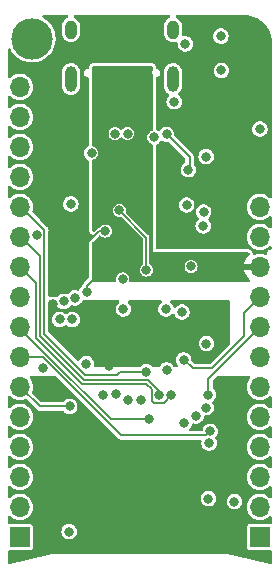
<source format=gbr>
%TF.GenerationSoftware,KiCad,Pcbnew,(6.0.4-0)*%
%TF.CreationDate,2022-11-23T21:06:29+01:00*%
%TF.ProjectId,ESP32_S2_MINI_1,45535033-325f-4533-925f-4d494e495f31,rev?*%
%TF.SameCoordinates,Original*%
%TF.FileFunction,Copper,L4,Bot*%
%TF.FilePolarity,Positive*%
%FSLAX46Y46*%
G04 Gerber Fmt 4.6, Leading zero omitted, Abs format (unit mm)*
G04 Created by KiCad (PCBNEW (6.0.4-0)) date 2022-11-23 21:06:29*
%MOMM*%
%LPD*%
G01*
G04 APERTURE LIST*
G04 Aperture macros list*
%AMRoundRect*
0 Rectangle with rounded corners*
0 $1 Rounding radius*
0 $2 $3 $4 $5 $6 $7 $8 $9 X,Y pos of 4 corners*
0 Add a 4 corners polygon primitive as box body*
4,1,4,$2,$3,$4,$5,$6,$7,$8,$9,$2,$3,0*
0 Add four circle primitives for the rounded corners*
1,1,$1+$1,$2,$3*
1,1,$1+$1,$4,$5*
1,1,$1+$1,$6,$7*
1,1,$1+$1,$8,$9*
0 Add four rect primitives between the rounded corners*
20,1,$1+$1,$2,$3,$4,$5,0*
20,1,$1+$1,$4,$5,$6,$7,0*
20,1,$1+$1,$6,$7,$8,$9,0*
20,1,$1+$1,$8,$9,$2,$3,0*%
G04 Aperture macros list end*
%TA.AperFunction,ComponentPad*%
%ADD10R,1.700000X1.700000*%
%TD*%
%TA.AperFunction,ComponentPad*%
%ADD11O,1.700000X1.700000*%
%TD*%
%TA.AperFunction,ComponentPad*%
%ADD12C,3.500000*%
%TD*%
%TA.AperFunction,ComponentPad*%
%ADD13RoundRect,0.500000X0.000000X0.300000X0.000000X0.300000X0.000000X-0.300000X0.000000X-0.300000X0*%
%TD*%
%TA.AperFunction,ComponentPad*%
%ADD14RoundRect,0.500000X0.000000X0.600000X0.000000X0.600000X0.000000X-0.600000X0.000000X-0.600000X0*%
%TD*%
%TA.AperFunction,ViaPad*%
%ADD15C,0.800000*%
%TD*%
%TA.AperFunction,Conductor*%
%ADD16C,0.200000*%
%TD*%
G04 APERTURE END LIST*
D10*
%TO.P,J3,1,Pin_1*%
%TO.N,DEBUG_TX*%
X182880000Y-101600000D03*
D11*
%TO.P,J3,2,Pin_2*%
%TO.N,TX*%
X182880000Y-99060000D03*
%TO.P,J3,3,Pin_3*%
%TO.N,RX*%
X182880000Y-96520000D03*
%TO.P,J3,4,Pin_4*%
%TO.N,MISO*%
X182880000Y-93980000D03*
%TO.P,J3,5,Pin_5*%
%TO.N,MOSI*%
X182880000Y-91440000D03*
%TO.P,J3,6,Pin_6*%
%TO.N,SCK*%
X182880000Y-88900000D03*
%TO.P,J3,7,Pin_7*%
%TO.N,A5*%
X182880000Y-86360000D03*
%TO.P,J3,8,Pin_8*%
%TO.N,A4*%
X182880000Y-83820000D03*
%TO.P,J3,9,Pin_9*%
%TO.N,A3*%
X182880000Y-81280000D03*
%TO.P,J3,10,Pin_10*%
%TO.N,A2*%
X182880000Y-78740000D03*
%TO.P,J3,11,Pin_11*%
%TO.N,A1*%
X182880000Y-76200000D03*
%TO.P,J3,12,Pin_12*%
%TO.N,A0*%
X182880000Y-73660000D03*
%TO.P,J3,13,Pin_13*%
%TO.N,GND*%
X182880000Y-71120000D03*
%TO.P,J3,14,Pin_14*%
%TO.N,+3V3*%
X182880000Y-68580000D03*
%TO.P,J3,15,Pin_15*%
X182880000Y-66040000D03*
%TO.P,J3,16,Pin_16*%
%TO.N,RST*%
X182880000Y-63500000D03*
%TD*%
D10*
%TO.P,J2,1,Pin_1*%
%TO.N,I2C_SDA*%
X203200000Y-101600000D03*
D11*
%TO.P,J2,2,Pin_2*%
%TO.N,I2C_SCL*%
X203200000Y-99060000D03*
%TO.P,J2,3,Pin_3*%
%TO.N,D5*%
X203200000Y-96520000D03*
%TO.P,J2,4,Pin_4*%
%TO.N,D6*%
X203200000Y-93980000D03*
%TO.P,J2,5,Pin_5*%
%TO.N,D9*%
X203200000Y-91440000D03*
%TO.P,J2,6,Pin_6*%
%TO.N,D10*%
X203200000Y-88900000D03*
%TO.P,J2,7,Pin_7*%
%TO.N,D11*%
X203200000Y-86360000D03*
%TO.P,J2,8,Pin_8*%
%TO.N,D12*%
X203200000Y-83820000D03*
%TO.P,J2,9,Pin_9*%
%TO.N,D13*%
X203200000Y-81280000D03*
%TO.P,J2,10,Pin_10*%
%TO.N,USB*%
X203200000Y-78740000D03*
%TO.P,J2,11,Pin_11*%
%TO.N,EN*%
X203200000Y-76200000D03*
%TO.P,J2,12,Pin_12*%
%TO.N,VBAT*%
X203200000Y-73660000D03*
%TD*%
D12*
%TO.P,H1,1*%
%TO.N,N/C*%
X183900000Y-59400000D03*
%TD*%
D13*
%TO.P,J1,S1,SHIELD*%
%TO.N,GND*%
X195840032Y-58645268D03*
D14*
X187200032Y-62825268D03*
D13*
X187200032Y-58645268D03*
D14*
X195840032Y-62825268D03*
%TD*%
D15*
%TO.N,/BOOT*%
X198850000Y-98350000D03*
X198440000Y-74090000D03*
X198680000Y-85220000D03*
%TO.N,GND*%
X198650000Y-90650000D03*
X195950000Y-64750000D03*
%TO.N,/ENABLE*%
X187050000Y-101150000D03*
X187200000Y-73400000D03*
%TO.N,USB*%
X193700000Y-72650000D03*
X189550500Y-65450005D03*
X188560000Y-80840000D03*
X190050000Y-68350000D03*
X193351306Y-65498905D03*
%TO.N,+3V3*%
X184300500Y-76030893D03*
X199900000Y-59200000D03*
X191300000Y-73950000D03*
X198900000Y-99700000D03*
X198400000Y-75250000D03*
X196900000Y-59850000D03*
X193600000Y-79000000D03*
%TO.N,+3.3VA*%
X184800000Y-87300000D03*
X185674000Y-81915000D03*
X200000000Y-83850000D03*
X194498725Y-84600648D03*
X190400000Y-87100000D03*
%TO.N,D13*%
X196750000Y-86600000D03*
%TO.N,/USB_DN*%
X193107053Y-89968050D03*
X191996278Y-67439831D03*
%TO.N,/USB_DP*%
X190946278Y-67439831D03*
X192057053Y-89968050D03*
%TO.N,D12*%
X198850000Y-89550000D03*
%TO.N,EN*%
X188950000Y-69100000D03*
%TO.N,VBAT*%
X203200000Y-67056000D03*
X197000000Y-73500000D03*
X194200000Y-67750000D03*
%TO.N,/APA_DATA*%
X189950000Y-89550000D03*
X186588221Y-81658571D03*
%TO.N,/APA_CLOCK*%
X191000000Y-89500000D03*
X187550000Y-81350000D03*
%TO.N,SCK*%
X187100000Y-90550000D03*
%TO.N,A5*%
X198995734Y-92645734D03*
%TO.N,A4*%
X193850000Y-91600000D03*
%TO.N,A3*%
X195300000Y-87450000D03*
%TO.N,A2*%
X195700000Y-89600000D03*
%TO.N,A1*%
X194700000Y-89600000D03*
%TO.N,I2C_PWR*%
X188510000Y-86930000D03*
X198910000Y-93650000D03*
%TO.N,A0*%
X193600000Y-87600000D03*
%TO.N,/VB*%
X188214000Y-77089000D03*
X195400000Y-73000000D03*
X199190000Y-71160000D03*
X197800000Y-62450000D03*
X190119000Y-75692000D03*
X195500000Y-75850000D03*
%TO.N,I2C_SCL*%
X186258040Y-83177720D03*
X191600000Y-79750000D03*
X197800000Y-91350000D03*
X196600500Y-82550000D03*
%TO.N,I2C_SDA*%
X187325000Y-83185000D03*
X196800000Y-91950000D03*
X191650000Y-82300000D03*
X195250000Y-82300000D03*
X197380000Y-78690000D03*
%TO.N,MAG*%
X199950000Y-62100000D03*
X198650000Y-69400000D03*
X201050000Y-98600000D03*
%TO.N,Net-(R14-Pad2)*%
X195300000Y-67500000D03*
X197150000Y-70500000D03*
%TD*%
D16*
%TO.N,USB*%
X188560000Y-80840000D02*
X188560000Y-80320000D01*
X188560000Y-80320000D02*
X189410000Y-79470000D01*
%TO.N,+3V3*%
X193600000Y-79000000D02*
X193600000Y-76250000D01*
X193600000Y-76250000D02*
X191300000Y-73950000D01*
%TO.N,D13*%
X201850000Y-84600000D02*
X201850000Y-82650000D01*
X196800000Y-86600000D02*
X196750000Y-86600000D01*
X201850000Y-82650000D02*
X203200000Y-81300000D01*
X197500000Y-87300000D02*
X199150000Y-87300000D01*
X199150000Y-87300000D02*
X201850000Y-84600000D01*
X197500000Y-87300000D02*
X196800000Y-86600000D01*
%TO.N,D12*%
X198850000Y-88200000D02*
X203150000Y-83900000D01*
X198850000Y-89550000D02*
X198850000Y-88200000D01*
%TO.N,SCK*%
X187100000Y-90550000D02*
X184550000Y-90550000D01*
X184550000Y-90550000D02*
X182900000Y-88900000D01*
%TO.N,A5*%
X198641468Y-93000000D02*
X198995734Y-92645734D01*
X191450000Y-93000000D02*
X198641468Y-93000000D01*
X182900000Y-86400000D02*
X184850000Y-86400000D01*
X184850000Y-86400000D02*
X191450000Y-93000000D01*
%TO.N,A4*%
X190561433Y-91600000D02*
X184859966Y-85898533D01*
X193850000Y-91600000D02*
X190561433Y-91600000D01*
X182880000Y-83962850D02*
X182880000Y-83820000D01*
X184815682Y-85898532D02*
X182880000Y-83962850D01*
X184859966Y-85898533D02*
X184815682Y-85898532D01*
%TO.N,A2*%
X184250978Y-84789545D02*
X184250978Y-80110978D01*
X194050000Y-90050000D02*
X194050000Y-89100000D01*
X195700000Y-89600000D02*
X195050000Y-90250000D01*
X194050000Y-89100000D02*
X193600000Y-88650000D01*
X193600000Y-88650000D02*
X188111433Y-88650000D01*
X184250978Y-80110978D02*
X182880000Y-78740000D01*
X195050000Y-90250000D02*
X194250000Y-90250000D01*
X194250000Y-90250000D02*
X194050000Y-90050000D01*
X188111433Y-88650000D02*
X184250978Y-84789545D01*
%TO.N,A1*%
X184600489Y-84544772D02*
X184600489Y-77800489D01*
X183000000Y-76200000D02*
X182880000Y-76200000D01*
X188305717Y-88300000D02*
X184675489Y-84669772D01*
X184600489Y-77800489D02*
X183000000Y-76200000D01*
X194700000Y-89250000D02*
X193750000Y-88300000D01*
X184675489Y-84669772D02*
X184675489Y-84619772D01*
X184675489Y-84619772D02*
X184600489Y-84544772D01*
X193750000Y-88300000D02*
X188305717Y-88300000D01*
X194700000Y-89600000D02*
X194700000Y-89250000D01*
%TO.N,A0*%
X193600000Y-87600000D02*
X191318534Y-87600000D01*
X184950000Y-75600000D02*
X183010000Y-73660000D01*
X191069033Y-87849501D02*
X188399501Y-87849501D01*
X184950000Y-84400000D02*
X184950000Y-75600000D01*
X183010000Y-73660000D02*
X182880000Y-73660000D01*
X191318534Y-87600000D02*
X191069033Y-87849501D01*
X188399501Y-87849501D02*
X184950000Y-84400000D01*
%TO.N,/VB*%
X190119000Y-75692000D02*
X189611000Y-75692000D01*
X189611000Y-75692000D02*
X188214000Y-77089000D01*
%TO.N,Net-(R14-Pad2)*%
X197250000Y-69450000D02*
X197250000Y-70400000D01*
X197250000Y-70400000D02*
X197150000Y-70500000D01*
X195300000Y-67500000D02*
X197250000Y-69450000D01*
%TD*%
%TA.AperFunction,Conductor*%
%TO.N,+3V3*%
G36*
X185933771Y-87989181D02*
G01*
X185954745Y-88006084D01*
X191163084Y-93214423D01*
X191175592Y-93229909D01*
X191178526Y-93233134D01*
X191184175Y-93241882D01*
X191192352Y-93248328D01*
X191208430Y-93261003D01*
X191212435Y-93264563D01*
X191212520Y-93264463D01*
X191216477Y-93267816D01*
X191220156Y-93271495D01*
X191224385Y-93274517D01*
X191234682Y-93281876D01*
X191239422Y-93285435D01*
X191276857Y-93314946D01*
X191284924Y-93317779D01*
X191291886Y-93322754D01*
X191337585Y-93336420D01*
X191343230Y-93338254D01*
X191388208Y-93354050D01*
X191393404Y-93354500D01*
X191396109Y-93354500D01*
X191398366Y-93354597D01*
X191398841Y-93354739D01*
X191398839Y-93354786D01*
X191399040Y-93354799D01*
X191404956Y-93356568D01*
X191455125Y-93354597D01*
X191460071Y-93354500D01*
X198145048Y-93354500D01*
X198213169Y-93374502D01*
X198259662Y-93428158D01*
X198269970Y-93496945D01*
X198250729Y-93643096D01*
X198259421Y-93721824D01*
X198266243Y-93783613D01*
X198268113Y-93800553D01*
X198322553Y-93949319D01*
X198326789Y-93955622D01*
X198326789Y-93955623D01*
X198384649Y-94041727D01*
X198410908Y-94080805D01*
X198416527Y-94085918D01*
X198416528Y-94085919D01*
X198490823Y-94153522D01*
X198528076Y-94187419D01*
X198667293Y-94263008D01*
X198820522Y-94303207D01*
X198904477Y-94304526D01*
X198971319Y-94305576D01*
X198971322Y-94305576D01*
X198978916Y-94305695D01*
X199133332Y-94270329D01*
X199207094Y-94233231D01*
X199268072Y-94202563D01*
X199268075Y-94202561D01*
X199274855Y-94199151D01*
X199280626Y-94194222D01*
X199280629Y-94194220D01*
X199389536Y-94101204D01*
X199389536Y-94101203D01*
X199395314Y-94096269D01*
X199487755Y-93967624D01*
X199546842Y-93820641D01*
X199569162Y-93663807D01*
X199569307Y-93650000D01*
X199550276Y-93492733D01*
X199494280Y-93344546D01*
X199452389Y-93283594D01*
X199444276Y-93271789D01*
X199422176Y-93204319D01*
X199440062Y-93135612D01*
X199466283Y-93104614D01*
X199481048Y-93092003D01*
X199573489Y-92963358D01*
X199632576Y-92816375D01*
X199654896Y-92659541D01*
X199655041Y-92645734D01*
X199636010Y-92488467D01*
X199580014Y-92340280D01*
X199520715Y-92253999D01*
X199494589Y-92215985D01*
X199494588Y-92215983D01*
X199490287Y-92209726D01*
X199372009Y-92104345D01*
X199364623Y-92100434D01*
X199294358Y-92063231D01*
X199232008Y-92030218D01*
X199078367Y-91991626D01*
X199070768Y-91991586D01*
X199070767Y-91991586D01*
X199004915Y-91991241D01*
X198919955Y-91990796D01*
X198912575Y-91992568D01*
X198912573Y-91992568D01*
X198773297Y-92026005D01*
X198773294Y-92026006D01*
X198765918Y-92027777D01*
X198625148Y-92100434D01*
X198505773Y-92204572D01*
X198414684Y-92334178D01*
X198405797Y-92356972D01*
X198367503Y-92455192D01*
X198357140Y-92481771D01*
X198356148Y-92489304D01*
X198356148Y-92489305D01*
X198350008Y-92535946D01*
X198321286Y-92600873D01*
X198262021Y-92639965D01*
X198225086Y-92645500D01*
X197335040Y-92645500D01*
X197266919Y-92625498D01*
X197220426Y-92571842D01*
X197210322Y-92501568D01*
X197239816Y-92436988D01*
X197253207Y-92423691D01*
X197285314Y-92396269D01*
X197377755Y-92267624D01*
X197436842Y-92120641D01*
X197442878Y-92078229D01*
X197472279Y-92013606D01*
X197531950Y-91975137D01*
X197599594Y-91974106D01*
X197703171Y-92001279D01*
X197703175Y-92001280D01*
X197710522Y-92003207D01*
X197794477Y-92004526D01*
X197861319Y-92005576D01*
X197861322Y-92005576D01*
X197868916Y-92005695D01*
X198023332Y-91970329D01*
X198093742Y-91934917D01*
X198158072Y-91902563D01*
X198158075Y-91902561D01*
X198164855Y-91899151D01*
X198170626Y-91894222D01*
X198170629Y-91894220D01*
X198279536Y-91801204D01*
X198279536Y-91801203D01*
X198285314Y-91796269D01*
X198377755Y-91667624D01*
X198436842Y-91520641D01*
X198445110Y-91462545D01*
X198452342Y-91411729D01*
X198481742Y-91347106D01*
X198541414Y-91308637D01*
X198579062Y-91303498D01*
X198636158Y-91304395D01*
X198711319Y-91305576D01*
X198711322Y-91305576D01*
X198718916Y-91305695D01*
X198873332Y-91270329D01*
X198948947Y-91232299D01*
X199008072Y-91202563D01*
X199008075Y-91202561D01*
X199014855Y-91199151D01*
X199020626Y-91194222D01*
X199020629Y-91194220D01*
X199129536Y-91101204D01*
X199129536Y-91101203D01*
X199135314Y-91096269D01*
X199227755Y-90967624D01*
X199286842Y-90820641D01*
X199302145Y-90713115D01*
X199308581Y-90667891D01*
X199308581Y-90667888D01*
X199309162Y-90663807D01*
X199309307Y-90650000D01*
X199290276Y-90492733D01*
X199234280Y-90344546D01*
X199184386Y-90271949D01*
X199162286Y-90204481D01*
X199180171Y-90135774D01*
X199214990Y-90099309D01*
X199214855Y-90099151D01*
X199216404Y-90097828D01*
X199335314Y-89996269D01*
X199427755Y-89867624D01*
X199486842Y-89720641D01*
X199500535Y-89624424D01*
X199508581Y-89567891D01*
X199508581Y-89567888D01*
X199509162Y-89563807D01*
X199509307Y-89550000D01*
X199490276Y-89392733D01*
X199434280Y-89244546D01*
X199375448Y-89158945D01*
X199348855Y-89120251D01*
X199348854Y-89120249D01*
X199344553Y-89113992D01*
X199313661Y-89086468D01*
X199246681Y-89026792D01*
X199209126Y-88966542D01*
X199204500Y-88932715D01*
X199204500Y-88399029D01*
X199224502Y-88330908D01*
X199241405Y-88309934D01*
X199545255Y-88006084D01*
X199607567Y-87972058D01*
X199634350Y-87969179D01*
X202267486Y-87969179D01*
X202335607Y-87989181D01*
X202382100Y-88042837D01*
X202392204Y-88113111D01*
X202366436Y-88173185D01*
X202315940Y-88237239D01*
X202269720Y-88295869D01*
X202267031Y-88300980D01*
X202267029Y-88300983D01*
X202254073Y-88325609D01*
X202175203Y-88475515D01*
X202115007Y-88669378D01*
X202091148Y-88870964D01*
X202104424Y-89073522D01*
X202105845Y-89079118D01*
X202105846Y-89079123D01*
X202136966Y-89201654D01*
X202154392Y-89270269D01*
X202156809Y-89275512D01*
X202207762Y-89386037D01*
X202239377Y-89454616D01*
X202242710Y-89459332D01*
X202352124Y-89614150D01*
X202356533Y-89620389D01*
X202360675Y-89624424D01*
X202373414Y-89636834D01*
X202501938Y-89762035D01*
X202670720Y-89874812D01*
X202676023Y-89877090D01*
X202676026Y-89877092D01*
X202812031Y-89935524D01*
X202857228Y-89954942D01*
X202930244Y-89971464D01*
X203049579Y-89998467D01*
X203049584Y-89998468D01*
X203055216Y-89999742D01*
X203060987Y-89999969D01*
X203060989Y-89999969D01*
X203120756Y-90002317D01*
X203258053Y-90007712D01*
X203358499Y-89993148D01*
X203453231Y-89979413D01*
X203453236Y-89979412D01*
X203458945Y-89978584D01*
X203464409Y-89976729D01*
X203464414Y-89976728D01*
X203645693Y-89915192D01*
X203645698Y-89915190D01*
X203651165Y-89913334D01*
X203682382Y-89895852D01*
X203745380Y-89860571D01*
X203828276Y-89814147D01*
X203890934Y-89762035D01*
X203979913Y-89688031D01*
X203984345Y-89684345D01*
X203988031Y-89679913D01*
X203988035Y-89679909D01*
X203992625Y-89674390D01*
X204051562Y-89634805D01*
X204122544Y-89633368D01*
X204183035Y-89670535D01*
X204213829Y-89734506D01*
X204215500Y-89754958D01*
X204215500Y-90586445D01*
X204195498Y-90654566D01*
X204141842Y-90701059D01*
X204071568Y-90711163D01*
X204003972Y-90678970D01*
X203884949Y-90568945D01*
X203879503Y-90563911D01*
X203875258Y-90559987D01*
X203870375Y-90556906D01*
X203870371Y-90556903D01*
X203708464Y-90454748D01*
X203703581Y-90451667D01*
X203515039Y-90376446D01*
X203509379Y-90375320D01*
X203509375Y-90375319D01*
X203321613Y-90337971D01*
X203321610Y-90337971D01*
X203315946Y-90336844D01*
X203310171Y-90336768D01*
X203310167Y-90336768D01*
X203208793Y-90335441D01*
X203112971Y-90334187D01*
X203107274Y-90335166D01*
X203107273Y-90335166D01*
X202918607Y-90367585D01*
X202912910Y-90368564D01*
X202722463Y-90438824D01*
X202548010Y-90542612D01*
X202543670Y-90546418D01*
X202543666Y-90546421D01*
X202414518Y-90659682D01*
X202395392Y-90676455D01*
X202269720Y-90835869D01*
X202267031Y-90840980D01*
X202267029Y-90840983D01*
X202223088Y-90924502D01*
X202175203Y-91015515D01*
X202148596Y-91101204D01*
X202120419Y-91191950D01*
X202115007Y-91209378D01*
X202091148Y-91410964D01*
X202104424Y-91613522D01*
X202105845Y-91619118D01*
X202105846Y-91619123D01*
X202126119Y-91698945D01*
X202154392Y-91810269D01*
X202156809Y-91815512D01*
X202212154Y-91935565D01*
X202239377Y-91994616D01*
X202245533Y-92003326D01*
X202340300Y-92137419D01*
X202356533Y-92160389D01*
X202360675Y-92164424D01*
X202413604Y-92215985D01*
X202501938Y-92302035D01*
X202670720Y-92414812D01*
X202676023Y-92417090D01*
X202676026Y-92417092D01*
X202851921Y-92492662D01*
X202857228Y-92494942D01*
X202930244Y-92511464D01*
X203049579Y-92538467D01*
X203049584Y-92538468D01*
X203055216Y-92539742D01*
X203060987Y-92539969D01*
X203060989Y-92539969D01*
X203120756Y-92542317D01*
X203258053Y-92547712D01*
X203358499Y-92533148D01*
X203453231Y-92519413D01*
X203453236Y-92519412D01*
X203458945Y-92518584D01*
X203464409Y-92516729D01*
X203464414Y-92516728D01*
X203645693Y-92455192D01*
X203645698Y-92455190D01*
X203651165Y-92453334D01*
X203828276Y-92354147D01*
X203843774Y-92341258D01*
X203979913Y-92228031D01*
X203984345Y-92224345D01*
X203988031Y-92219913D01*
X203988035Y-92219909D01*
X203992625Y-92214390D01*
X204051562Y-92174805D01*
X204122544Y-92173368D01*
X204183035Y-92210535D01*
X204213829Y-92274506D01*
X204215500Y-92294958D01*
X204215500Y-93126445D01*
X204195498Y-93194566D01*
X204141842Y-93241059D01*
X204071568Y-93251163D01*
X204003972Y-93218970D01*
X203875258Y-93099987D01*
X203870375Y-93096906D01*
X203870371Y-93096903D01*
X203708464Y-92994748D01*
X203703581Y-92991667D01*
X203515039Y-92916446D01*
X203509379Y-92915320D01*
X203509375Y-92915319D01*
X203321613Y-92877971D01*
X203321610Y-92877971D01*
X203315946Y-92876844D01*
X203310171Y-92876768D01*
X203310167Y-92876768D01*
X203208793Y-92875441D01*
X203112971Y-92874187D01*
X203107274Y-92875166D01*
X203107273Y-92875166D01*
X202918607Y-92907585D01*
X202912910Y-92908564D01*
X202722463Y-92978824D01*
X202548010Y-93082612D01*
X202543670Y-93086418D01*
X202543666Y-93086421D01*
X202412137Y-93201770D01*
X202395392Y-93216455D01*
X202269720Y-93375869D01*
X202267031Y-93380980D01*
X202267029Y-93380983D01*
X202254073Y-93405609D01*
X202175203Y-93555515D01*
X202115007Y-93749378D01*
X202091148Y-93950964D01*
X202104424Y-94153522D01*
X202105845Y-94159118D01*
X202105846Y-94159123D01*
X202152971Y-94344674D01*
X202154392Y-94350269D01*
X202156809Y-94355512D01*
X202194010Y-94436208D01*
X202239377Y-94534616D01*
X202356533Y-94700389D01*
X202360675Y-94704424D01*
X202373414Y-94716834D01*
X202501938Y-94842035D01*
X202670720Y-94954812D01*
X202676023Y-94957090D01*
X202676026Y-94957092D01*
X202764707Y-94995192D01*
X202857228Y-95034942D01*
X202930244Y-95051464D01*
X203049579Y-95078467D01*
X203049584Y-95078468D01*
X203055216Y-95079742D01*
X203060987Y-95079969D01*
X203060989Y-95079969D01*
X203120756Y-95082317D01*
X203258053Y-95087712D01*
X203358499Y-95073148D01*
X203453231Y-95059413D01*
X203453236Y-95059412D01*
X203458945Y-95058584D01*
X203464409Y-95056729D01*
X203464414Y-95056728D01*
X203645693Y-94995192D01*
X203645698Y-94995190D01*
X203651165Y-94993334D01*
X203828276Y-94894147D01*
X203890934Y-94842035D01*
X203979913Y-94768031D01*
X203984345Y-94764345D01*
X203988031Y-94759913D01*
X203988035Y-94759909D01*
X203992625Y-94754390D01*
X204051562Y-94714805D01*
X204122544Y-94713368D01*
X204183035Y-94750535D01*
X204213829Y-94814506D01*
X204215500Y-94834958D01*
X204215500Y-95666445D01*
X204195498Y-95734566D01*
X204141842Y-95781059D01*
X204071568Y-95791163D01*
X204003972Y-95758970D01*
X203875258Y-95639987D01*
X203870375Y-95636906D01*
X203870371Y-95636903D01*
X203708464Y-95534748D01*
X203703581Y-95531667D01*
X203515039Y-95456446D01*
X203509379Y-95455320D01*
X203509375Y-95455319D01*
X203321613Y-95417971D01*
X203321610Y-95417971D01*
X203315946Y-95416844D01*
X203310171Y-95416768D01*
X203310167Y-95416768D01*
X203208793Y-95415441D01*
X203112971Y-95414187D01*
X203107274Y-95415166D01*
X203107273Y-95415166D01*
X202918607Y-95447585D01*
X202912910Y-95448564D01*
X202722463Y-95518824D01*
X202548010Y-95622612D01*
X202543670Y-95626418D01*
X202543666Y-95626421D01*
X202412137Y-95741770D01*
X202395392Y-95756455D01*
X202269720Y-95915869D01*
X202267031Y-95920980D01*
X202267029Y-95920983D01*
X202254073Y-95945609D01*
X202175203Y-96095515D01*
X202115007Y-96289378D01*
X202091148Y-96490964D01*
X202104424Y-96693522D01*
X202105845Y-96699118D01*
X202105846Y-96699123D01*
X202126119Y-96778945D01*
X202154392Y-96890269D01*
X202156809Y-96895512D01*
X202194010Y-96976208D01*
X202239377Y-97074616D01*
X202356533Y-97240389D01*
X202360675Y-97244424D01*
X202373414Y-97256834D01*
X202501938Y-97382035D01*
X202670720Y-97494812D01*
X202676023Y-97497090D01*
X202676026Y-97497092D01*
X202764707Y-97535192D01*
X202857228Y-97574942D01*
X202930244Y-97591464D01*
X203049579Y-97618467D01*
X203049584Y-97618468D01*
X203055216Y-97619742D01*
X203060987Y-97619969D01*
X203060989Y-97619969D01*
X203120756Y-97622317D01*
X203258053Y-97627712D01*
X203358499Y-97613148D01*
X203453231Y-97599413D01*
X203453236Y-97599412D01*
X203458945Y-97598584D01*
X203464409Y-97596729D01*
X203464414Y-97596728D01*
X203645693Y-97535192D01*
X203645698Y-97535190D01*
X203651165Y-97533334D01*
X203828276Y-97434147D01*
X203890934Y-97382035D01*
X203979913Y-97308031D01*
X203984345Y-97304345D01*
X203988031Y-97299913D01*
X203988035Y-97299909D01*
X203992625Y-97294390D01*
X204051562Y-97254805D01*
X204122544Y-97253368D01*
X204183035Y-97290535D01*
X204213829Y-97354506D01*
X204215500Y-97374958D01*
X204215500Y-98206445D01*
X204195498Y-98274566D01*
X204141842Y-98321059D01*
X204071568Y-98331163D01*
X204003972Y-98298970D01*
X203889953Y-98193571D01*
X203879503Y-98183911D01*
X203875258Y-98179987D01*
X203870375Y-98176906D01*
X203870371Y-98176903D01*
X203708464Y-98074748D01*
X203703581Y-98071667D01*
X203515039Y-97996446D01*
X203509379Y-97995320D01*
X203509375Y-97995319D01*
X203321613Y-97957971D01*
X203321610Y-97957971D01*
X203315946Y-97956844D01*
X203310171Y-97956768D01*
X203310167Y-97956768D01*
X203208793Y-97955441D01*
X203112971Y-97954187D01*
X203107274Y-97955166D01*
X203107273Y-97955166D01*
X202918607Y-97987585D01*
X202912910Y-97988564D01*
X202722463Y-98058824D01*
X202548010Y-98162612D01*
X202543670Y-98166418D01*
X202543666Y-98166421D01*
X202412137Y-98281770D01*
X202395392Y-98296455D01*
X202269720Y-98455869D01*
X202267031Y-98460980D01*
X202267029Y-98460983D01*
X202231930Y-98527695D01*
X202175203Y-98635515D01*
X202115007Y-98829378D01*
X202091148Y-99030964D01*
X202104424Y-99233522D01*
X202105845Y-99239118D01*
X202105846Y-99239123D01*
X202126119Y-99318945D01*
X202154392Y-99430269D01*
X202156809Y-99435512D01*
X202194010Y-99516208D01*
X202239377Y-99614616D01*
X202356533Y-99780389D01*
X202360675Y-99784424D01*
X202373414Y-99796834D01*
X202501938Y-99922035D01*
X202670720Y-100034812D01*
X202676023Y-100037090D01*
X202676026Y-100037092D01*
X202764707Y-100075192D01*
X202857228Y-100114942D01*
X202930244Y-100131464D01*
X203049579Y-100158467D01*
X203049584Y-100158468D01*
X203055216Y-100159742D01*
X203060987Y-100159969D01*
X203060989Y-100159969D01*
X203120756Y-100162317D01*
X203258053Y-100167712D01*
X203358499Y-100153148D01*
X203453231Y-100139413D01*
X203453236Y-100139412D01*
X203458945Y-100138584D01*
X203464409Y-100136729D01*
X203464414Y-100136728D01*
X203645693Y-100075192D01*
X203645698Y-100075190D01*
X203651165Y-100073334D01*
X203828276Y-99974147D01*
X203890934Y-99922035D01*
X203979913Y-99848031D01*
X203984345Y-99844345D01*
X203988031Y-99839913D01*
X203988035Y-99839909D01*
X203992625Y-99834390D01*
X204051562Y-99794805D01*
X204122544Y-99793368D01*
X204183035Y-99830535D01*
X204213829Y-99894506D01*
X204215500Y-99914958D01*
X204215500Y-100370922D01*
X204195498Y-100439043D01*
X204141842Y-100485536D01*
X204078244Y-100496132D01*
X204075067Y-100495500D01*
X204068874Y-100495500D01*
X203199718Y-100495501D01*
X202324934Y-100495501D01*
X202289182Y-100502612D01*
X202262874Y-100507844D01*
X202262872Y-100507845D01*
X202250699Y-100510266D01*
X202240379Y-100517161D01*
X202240378Y-100517162D01*
X202212898Y-100535524D01*
X202166516Y-100566516D01*
X202110266Y-100650699D01*
X202095500Y-100724933D01*
X202095501Y-102475066D01*
X202110266Y-102549301D01*
X202166516Y-102633484D01*
X202250699Y-102689734D01*
X202324933Y-102704500D01*
X203199646Y-102704500D01*
X204075066Y-102704499D01*
X204078179Y-102703880D01*
X204146900Y-102716911D01*
X204198430Y-102765750D01*
X204215500Y-102829077D01*
X204215500Y-103764303D01*
X204195498Y-103832424D01*
X204141842Y-103878917D01*
X204071568Y-103889021D01*
X204059836Y-103886761D01*
X202309989Y-103462781D01*
X200407282Y-103001764D01*
X200407279Y-103001764D01*
X200400000Y-103000000D01*
X185600000Y-103000000D01*
X182020655Y-103882260D01*
X181949727Y-103879143D01*
X181891744Y-103838173D01*
X181865115Y-103772359D01*
X181864500Y-103759922D01*
X181864500Y-102829078D01*
X181884502Y-102760957D01*
X181938158Y-102714464D01*
X182001756Y-102703868D01*
X182004933Y-102704500D01*
X182011126Y-102704500D01*
X182880282Y-102704499D01*
X183755066Y-102704499D01*
X183790818Y-102697388D01*
X183817126Y-102692156D01*
X183817128Y-102692155D01*
X183829301Y-102689734D01*
X183839621Y-102682839D01*
X183839622Y-102682838D01*
X183903168Y-102640377D01*
X183913484Y-102633484D01*
X183969734Y-102549301D01*
X183984500Y-102475067D01*
X183984499Y-101143096D01*
X186390729Y-101143096D01*
X186408113Y-101300553D01*
X186462553Y-101449319D01*
X186550908Y-101580805D01*
X186556527Y-101585918D01*
X186556528Y-101585919D01*
X186567903Y-101596269D01*
X186668076Y-101687419D01*
X186807293Y-101763008D01*
X186960522Y-101803207D01*
X187044477Y-101804526D01*
X187111319Y-101805576D01*
X187111322Y-101805576D01*
X187118916Y-101805695D01*
X187273332Y-101770329D01*
X187343742Y-101734917D01*
X187408072Y-101702563D01*
X187408075Y-101702561D01*
X187414855Y-101699151D01*
X187420626Y-101694222D01*
X187420629Y-101694220D01*
X187529536Y-101601204D01*
X187529536Y-101601203D01*
X187535314Y-101596269D01*
X187627755Y-101467624D01*
X187686842Y-101320641D01*
X187709162Y-101163807D01*
X187709307Y-101150000D01*
X187690276Y-100992733D01*
X187634280Y-100844546D01*
X187556325Y-100731120D01*
X187548855Y-100720251D01*
X187548854Y-100720249D01*
X187544553Y-100713992D01*
X187426275Y-100608611D01*
X187418889Y-100604700D01*
X187333753Y-100559623D01*
X187286274Y-100534484D01*
X187132633Y-100495892D01*
X187125034Y-100495852D01*
X187125033Y-100495852D01*
X187059181Y-100495507D01*
X186974221Y-100495062D01*
X186966841Y-100496834D01*
X186966839Y-100496834D01*
X186827563Y-100530271D01*
X186827560Y-100530272D01*
X186820184Y-100532043D01*
X186679414Y-100604700D01*
X186560039Y-100708838D01*
X186468950Y-100838444D01*
X186411406Y-100986037D01*
X186390729Y-101143096D01*
X183984499Y-101143096D01*
X183984499Y-100724934D01*
X183969734Y-100650699D01*
X183941612Y-100608611D01*
X183920377Y-100576832D01*
X183913484Y-100566516D01*
X183829301Y-100510266D01*
X183755067Y-100495500D01*
X182880354Y-100495500D01*
X182004934Y-100495501D01*
X182001821Y-100496120D01*
X181933100Y-100483089D01*
X181881570Y-100434250D01*
X181864500Y-100370923D01*
X181864500Y-99911448D01*
X181884502Y-99843327D01*
X181938158Y-99796834D01*
X182008432Y-99786730D01*
X182073012Y-99816224D01*
X182078419Y-99821192D01*
X182181938Y-99922035D01*
X182350720Y-100034812D01*
X182356023Y-100037090D01*
X182356026Y-100037092D01*
X182444707Y-100075192D01*
X182537228Y-100114942D01*
X182610244Y-100131464D01*
X182729579Y-100158467D01*
X182729584Y-100158468D01*
X182735216Y-100159742D01*
X182740987Y-100159969D01*
X182740989Y-100159969D01*
X182800756Y-100162317D01*
X182938053Y-100167712D01*
X183038499Y-100153148D01*
X183133231Y-100139413D01*
X183133236Y-100139412D01*
X183138945Y-100138584D01*
X183144409Y-100136729D01*
X183144414Y-100136728D01*
X183325693Y-100075192D01*
X183325698Y-100075190D01*
X183331165Y-100073334D01*
X183508276Y-99974147D01*
X183570934Y-99922035D01*
X183659913Y-99848031D01*
X183664345Y-99844345D01*
X183794147Y-99688276D01*
X183893334Y-99511165D01*
X183895190Y-99505698D01*
X183895192Y-99505693D01*
X183956728Y-99324414D01*
X183956729Y-99324409D01*
X183958584Y-99318945D01*
X183959412Y-99313236D01*
X183959413Y-99313231D01*
X183987179Y-99121727D01*
X183987712Y-99118053D01*
X183989232Y-99060000D01*
X183970658Y-98857859D01*
X183969090Y-98852299D01*
X183917125Y-98668046D01*
X183917124Y-98668044D01*
X183915557Y-98662487D01*
X183912173Y-98655623D01*
X183849085Y-98527695D01*
X183825776Y-98480428D01*
X183723225Y-98343096D01*
X198190729Y-98343096D01*
X198199421Y-98421825D01*
X198203180Y-98455869D01*
X198208113Y-98500553D01*
X198210723Y-98507684D01*
X198210723Y-98507686D01*
X198259521Y-98641033D01*
X198262553Y-98649319D01*
X198266789Y-98655622D01*
X198266789Y-98655623D01*
X198335373Y-98757686D01*
X198350908Y-98780805D01*
X198356527Y-98785918D01*
X198356528Y-98785919D01*
X198367903Y-98796269D01*
X198468076Y-98887419D01*
X198607293Y-98963008D01*
X198760522Y-99003207D01*
X198844477Y-99004526D01*
X198911319Y-99005576D01*
X198911322Y-99005576D01*
X198918916Y-99005695D01*
X199073332Y-98970329D01*
X199143742Y-98934917D01*
X199208072Y-98902563D01*
X199208075Y-98902561D01*
X199214855Y-98899151D01*
X199220626Y-98894222D01*
X199220629Y-98894220D01*
X199329536Y-98801204D01*
X199329536Y-98801203D01*
X199335314Y-98796269D01*
X199427755Y-98667624D01*
X199457715Y-98593096D01*
X200390729Y-98593096D01*
X200408113Y-98750553D01*
X200410723Y-98757684D01*
X200410723Y-98757686D01*
X200449487Y-98863613D01*
X200462553Y-98899319D01*
X200550908Y-99030805D01*
X200556527Y-99035918D01*
X200556528Y-99035919D01*
X200662460Y-99132309D01*
X200668076Y-99137419D01*
X200807293Y-99213008D01*
X200960522Y-99253207D01*
X201044477Y-99254526D01*
X201111319Y-99255576D01*
X201111322Y-99255576D01*
X201118916Y-99255695D01*
X201273332Y-99220329D01*
X201343742Y-99184917D01*
X201408072Y-99152563D01*
X201408075Y-99152561D01*
X201414855Y-99149151D01*
X201420626Y-99144222D01*
X201420629Y-99144220D01*
X201529536Y-99051204D01*
X201529536Y-99051203D01*
X201535314Y-99046269D01*
X201627755Y-98917624D01*
X201686842Y-98770641D01*
X201704108Y-98649319D01*
X201708581Y-98617891D01*
X201708581Y-98617888D01*
X201709162Y-98613807D01*
X201709307Y-98600000D01*
X201690276Y-98442733D01*
X201634280Y-98294546D01*
X201620548Y-98274566D01*
X201548855Y-98170251D01*
X201548854Y-98170249D01*
X201544553Y-98163992D01*
X201426275Y-98058611D01*
X201418889Y-98054700D01*
X201292988Y-97988039D01*
X201292989Y-97988039D01*
X201286274Y-97984484D01*
X201132633Y-97945892D01*
X201125034Y-97945852D01*
X201125033Y-97945852D01*
X201059181Y-97945507D01*
X200974221Y-97945062D01*
X200966841Y-97946834D01*
X200966839Y-97946834D01*
X200827563Y-97980271D01*
X200827560Y-97980272D01*
X200820184Y-97982043D01*
X200679414Y-98054700D01*
X200560039Y-98158838D01*
X200468950Y-98288444D01*
X200411406Y-98436037D01*
X200410414Y-98443570D01*
X200410414Y-98443571D01*
X200400268Y-98520641D01*
X200390729Y-98593096D01*
X199457715Y-98593096D01*
X199486842Y-98520641D01*
X199496706Y-98451332D01*
X199508581Y-98367891D01*
X199508581Y-98367888D01*
X199509162Y-98363807D01*
X199509307Y-98350000D01*
X199506017Y-98322808D01*
X199491188Y-98200273D01*
X199490276Y-98192733D01*
X199434280Y-98044546D01*
X199395132Y-97987585D01*
X199348855Y-97920251D01*
X199348854Y-97920249D01*
X199344553Y-97913992D01*
X199226275Y-97808611D01*
X199218889Y-97804700D01*
X199092988Y-97738039D01*
X199092989Y-97738039D01*
X199086274Y-97734484D01*
X198932633Y-97695892D01*
X198925034Y-97695852D01*
X198925033Y-97695852D01*
X198859181Y-97695507D01*
X198774221Y-97695062D01*
X198766841Y-97696834D01*
X198766839Y-97696834D01*
X198627563Y-97730271D01*
X198627560Y-97730272D01*
X198620184Y-97732043D01*
X198479414Y-97804700D01*
X198360039Y-97908838D01*
X198268950Y-98038444D01*
X198255997Y-98071667D01*
X198217561Y-98170251D01*
X198211406Y-98186037D01*
X198210414Y-98193570D01*
X198210414Y-98193571D01*
X198192979Y-98326009D01*
X198190729Y-98343096D01*
X183723225Y-98343096D01*
X183704320Y-98317779D01*
X183569953Y-98193571D01*
X183559503Y-98183911D01*
X183555258Y-98179987D01*
X183550375Y-98176906D01*
X183550371Y-98176903D01*
X183388464Y-98074748D01*
X183383581Y-98071667D01*
X183195039Y-97996446D01*
X183189379Y-97995320D01*
X183189375Y-97995319D01*
X183001613Y-97957971D01*
X183001610Y-97957971D01*
X182995946Y-97956844D01*
X182990171Y-97956768D01*
X182990167Y-97956768D01*
X182888793Y-97955441D01*
X182792971Y-97954187D01*
X182787274Y-97955166D01*
X182787273Y-97955166D01*
X182598607Y-97987585D01*
X182592910Y-97988564D01*
X182402463Y-98058824D01*
X182228010Y-98162612D01*
X182223670Y-98166418D01*
X182223666Y-98166421D01*
X182075392Y-98296455D01*
X182074047Y-98294921D01*
X182020511Y-98326009D01*
X181949587Y-98322808D01*
X181891652Y-98281770D01*
X181865101Y-98215925D01*
X181864500Y-98203635D01*
X181864500Y-97371448D01*
X181884502Y-97303327D01*
X181938158Y-97256834D01*
X182008432Y-97246730D01*
X182073012Y-97276224D01*
X182078419Y-97281192D01*
X182181938Y-97382035D01*
X182350720Y-97494812D01*
X182356023Y-97497090D01*
X182356026Y-97497092D01*
X182444707Y-97535192D01*
X182537228Y-97574942D01*
X182610244Y-97591464D01*
X182729579Y-97618467D01*
X182729584Y-97618468D01*
X182735216Y-97619742D01*
X182740987Y-97619969D01*
X182740989Y-97619969D01*
X182800756Y-97622317D01*
X182938053Y-97627712D01*
X183038499Y-97613148D01*
X183133231Y-97599413D01*
X183133236Y-97599412D01*
X183138945Y-97598584D01*
X183144409Y-97596729D01*
X183144414Y-97596728D01*
X183325693Y-97535192D01*
X183325698Y-97535190D01*
X183331165Y-97533334D01*
X183508276Y-97434147D01*
X183570934Y-97382035D01*
X183659913Y-97308031D01*
X183664345Y-97304345D01*
X183794147Y-97148276D01*
X183893334Y-96971165D01*
X183895190Y-96965698D01*
X183895192Y-96965693D01*
X183956728Y-96784414D01*
X183956729Y-96784409D01*
X183958584Y-96778945D01*
X183959412Y-96773236D01*
X183959413Y-96773231D01*
X183987179Y-96581727D01*
X183987712Y-96578053D01*
X183989232Y-96520000D01*
X183970658Y-96317859D01*
X183969090Y-96312299D01*
X183917125Y-96128046D01*
X183917124Y-96128044D01*
X183915557Y-96122487D01*
X183904978Y-96101033D01*
X183828331Y-95945609D01*
X183825776Y-95940428D01*
X183704320Y-95777779D01*
X183555258Y-95639987D01*
X183550375Y-95636906D01*
X183550371Y-95636903D01*
X183388464Y-95534748D01*
X183383581Y-95531667D01*
X183195039Y-95456446D01*
X183189379Y-95455320D01*
X183189375Y-95455319D01*
X183001613Y-95417971D01*
X183001610Y-95417971D01*
X182995946Y-95416844D01*
X182990171Y-95416768D01*
X182990167Y-95416768D01*
X182888793Y-95415441D01*
X182792971Y-95414187D01*
X182787274Y-95415166D01*
X182787273Y-95415166D01*
X182598607Y-95447585D01*
X182592910Y-95448564D01*
X182402463Y-95518824D01*
X182228010Y-95622612D01*
X182223670Y-95626418D01*
X182223666Y-95626421D01*
X182075392Y-95756455D01*
X182074047Y-95754921D01*
X182020511Y-95786009D01*
X181949587Y-95782808D01*
X181891652Y-95741770D01*
X181865101Y-95675925D01*
X181864500Y-95663635D01*
X181864500Y-94831448D01*
X181884502Y-94763327D01*
X181938158Y-94716834D01*
X182008432Y-94706730D01*
X182073012Y-94736224D01*
X182078419Y-94741192D01*
X182181938Y-94842035D01*
X182350720Y-94954812D01*
X182356023Y-94957090D01*
X182356026Y-94957092D01*
X182444707Y-94995192D01*
X182537228Y-95034942D01*
X182610244Y-95051464D01*
X182729579Y-95078467D01*
X182729584Y-95078468D01*
X182735216Y-95079742D01*
X182740987Y-95079969D01*
X182740989Y-95079969D01*
X182800756Y-95082317D01*
X182938053Y-95087712D01*
X183038499Y-95073148D01*
X183133231Y-95059413D01*
X183133236Y-95059412D01*
X183138945Y-95058584D01*
X183144409Y-95056729D01*
X183144414Y-95056728D01*
X183325693Y-94995192D01*
X183325698Y-94995190D01*
X183331165Y-94993334D01*
X183508276Y-94894147D01*
X183570934Y-94842035D01*
X183659913Y-94768031D01*
X183664345Y-94764345D01*
X183794147Y-94608276D01*
X183893334Y-94431165D01*
X183895190Y-94425698D01*
X183895192Y-94425693D01*
X183956728Y-94244414D01*
X183956729Y-94244409D01*
X183958584Y-94238945D01*
X183959412Y-94233236D01*
X183959413Y-94233231D01*
X183976991Y-94111996D01*
X183987712Y-94038053D01*
X183989232Y-93980000D01*
X183970658Y-93777859D01*
X183969090Y-93772299D01*
X183917125Y-93588046D01*
X183917124Y-93588044D01*
X183915557Y-93582487D01*
X183904978Y-93561033D01*
X183828331Y-93405609D01*
X183825776Y-93400428D01*
X183704320Y-93237779D01*
X183555258Y-93099987D01*
X183550375Y-93096906D01*
X183550371Y-93096903D01*
X183388464Y-92994748D01*
X183383581Y-92991667D01*
X183195039Y-92916446D01*
X183189379Y-92915320D01*
X183189375Y-92915319D01*
X183001613Y-92877971D01*
X183001610Y-92877971D01*
X182995946Y-92876844D01*
X182990171Y-92876768D01*
X182990167Y-92876768D01*
X182888793Y-92875441D01*
X182792971Y-92874187D01*
X182787274Y-92875166D01*
X182787273Y-92875166D01*
X182598607Y-92907585D01*
X182592910Y-92908564D01*
X182402463Y-92978824D01*
X182228010Y-93082612D01*
X182223670Y-93086418D01*
X182223666Y-93086421D01*
X182075392Y-93216455D01*
X182074047Y-93214921D01*
X182020511Y-93246009D01*
X181949587Y-93242808D01*
X181891652Y-93201770D01*
X181865101Y-93135925D01*
X181864500Y-93123635D01*
X181864500Y-92291448D01*
X181884502Y-92223327D01*
X181938158Y-92176834D01*
X182008432Y-92166730D01*
X182073012Y-92196224D01*
X182078419Y-92201192D01*
X182181938Y-92302035D01*
X182350720Y-92414812D01*
X182356023Y-92417090D01*
X182356026Y-92417092D01*
X182531921Y-92492662D01*
X182537228Y-92494942D01*
X182610244Y-92511464D01*
X182729579Y-92538467D01*
X182729584Y-92538468D01*
X182735216Y-92539742D01*
X182740987Y-92539969D01*
X182740989Y-92539969D01*
X182800756Y-92542317D01*
X182938053Y-92547712D01*
X183038499Y-92533148D01*
X183133231Y-92519413D01*
X183133236Y-92519412D01*
X183138945Y-92518584D01*
X183144409Y-92516729D01*
X183144414Y-92516728D01*
X183325693Y-92455192D01*
X183325698Y-92455190D01*
X183331165Y-92453334D01*
X183508276Y-92354147D01*
X183523774Y-92341258D01*
X183659913Y-92228031D01*
X183664345Y-92224345D01*
X183740891Y-92132309D01*
X183790453Y-92072718D01*
X183790455Y-92072715D01*
X183794147Y-92068276D01*
X183893334Y-91891165D01*
X183895190Y-91885698D01*
X183895192Y-91885693D01*
X183956728Y-91704414D01*
X183956729Y-91704409D01*
X183958584Y-91698945D01*
X183959412Y-91693236D01*
X183959413Y-91693231D01*
X183987179Y-91501727D01*
X183987712Y-91498053D01*
X183989232Y-91440000D01*
X183976077Y-91296834D01*
X183971187Y-91243613D01*
X183971186Y-91243610D01*
X183970658Y-91237859D01*
X183965606Y-91219946D01*
X183917125Y-91048046D01*
X183917124Y-91048044D01*
X183915557Y-91042487D01*
X183904978Y-91021033D01*
X183828331Y-90865609D01*
X183825776Y-90860428D01*
X183704320Y-90697779D01*
X183564949Y-90568945D01*
X183559503Y-90563911D01*
X183555258Y-90559987D01*
X183550375Y-90556906D01*
X183550371Y-90556903D01*
X183388464Y-90454748D01*
X183383581Y-90451667D01*
X183195039Y-90376446D01*
X183189379Y-90375320D01*
X183189375Y-90375319D01*
X183001613Y-90337971D01*
X183001610Y-90337971D01*
X182995946Y-90336844D01*
X182990171Y-90336768D01*
X182990167Y-90336768D01*
X182888793Y-90335441D01*
X182792971Y-90334187D01*
X182787274Y-90335166D01*
X182787273Y-90335166D01*
X182598607Y-90367585D01*
X182592910Y-90368564D01*
X182402463Y-90438824D01*
X182228010Y-90542612D01*
X182223670Y-90546418D01*
X182223666Y-90546421D01*
X182075392Y-90676455D01*
X182074047Y-90674921D01*
X182020511Y-90706009D01*
X181949587Y-90702808D01*
X181891652Y-90661770D01*
X181865101Y-90595925D01*
X181864500Y-90583635D01*
X181864500Y-89751448D01*
X181884502Y-89683327D01*
X181938158Y-89636834D01*
X182008432Y-89626730D01*
X182073012Y-89656224D01*
X182078419Y-89661192D01*
X182181938Y-89762035D01*
X182350720Y-89874812D01*
X182356023Y-89877090D01*
X182356026Y-89877092D01*
X182492031Y-89935524D01*
X182537228Y-89954942D01*
X182610244Y-89971464D01*
X182729579Y-89998467D01*
X182729584Y-89998468D01*
X182735216Y-89999742D01*
X182740987Y-89999969D01*
X182740989Y-89999969D01*
X182800756Y-90002317D01*
X182938053Y-90007712D01*
X183038499Y-89993148D01*
X183133231Y-89979413D01*
X183133236Y-89979412D01*
X183138945Y-89978584D01*
X183144409Y-89976729D01*
X183144414Y-89976728D01*
X183317318Y-89918035D01*
X183388253Y-89915079D01*
X183446914Y-89948253D01*
X184263084Y-90764423D01*
X184275592Y-90779909D01*
X184278526Y-90783134D01*
X184284175Y-90791882D01*
X184292352Y-90798328D01*
X184308430Y-90811003D01*
X184312431Y-90814559D01*
X184312516Y-90814459D01*
X184316473Y-90817812D01*
X184320155Y-90821494D01*
X184334691Y-90831882D01*
X184339378Y-90835401D01*
X184376857Y-90864946D01*
X184384925Y-90867779D01*
X184391885Y-90872753D01*
X184401863Y-90875737D01*
X184437586Y-90886420D01*
X184443235Y-90888256D01*
X184488208Y-90904050D01*
X184493404Y-90904500D01*
X184496109Y-90904500D01*
X184498365Y-90904597D01*
X184498841Y-90904740D01*
X184498839Y-90904786D01*
X184499038Y-90904799D01*
X184504955Y-90906568D01*
X184555124Y-90904597D01*
X184560070Y-90904500D01*
X186482497Y-90904500D01*
X186550618Y-90924502D01*
X186587078Y-90960224D01*
X186600908Y-90980805D01*
X186718076Y-91087419D01*
X186857293Y-91163008D01*
X187010522Y-91203207D01*
X187094477Y-91204526D01*
X187161319Y-91205576D01*
X187161322Y-91205576D01*
X187168916Y-91205695D01*
X187323332Y-91170329D01*
X187393742Y-91134917D01*
X187458072Y-91102563D01*
X187458075Y-91102561D01*
X187464855Y-91099151D01*
X187470626Y-91094222D01*
X187470629Y-91094220D01*
X187579536Y-91001204D01*
X187579536Y-91001203D01*
X187585314Y-90996269D01*
X187677755Y-90867624D01*
X187736842Y-90720641D01*
X187753071Y-90606606D01*
X187758581Y-90567891D01*
X187758581Y-90567888D01*
X187759162Y-90563807D01*
X187759307Y-90550000D01*
X187757784Y-90537410D01*
X187752908Y-90497119D01*
X187740276Y-90392733D01*
X187684280Y-90244546D01*
X187667636Y-90220329D01*
X187598855Y-90120251D01*
X187598854Y-90120249D01*
X187594553Y-90113992D01*
X187476275Y-90008611D01*
X187468889Y-90004700D01*
X187342988Y-89938039D01*
X187342989Y-89938039D01*
X187336274Y-89934484D01*
X187182633Y-89895892D01*
X187175034Y-89895852D01*
X187175033Y-89895852D01*
X187109181Y-89895507D01*
X187024221Y-89895062D01*
X187016841Y-89896834D01*
X187016839Y-89896834D01*
X186877563Y-89930271D01*
X186877560Y-89930272D01*
X186870184Y-89932043D01*
X186729414Y-90004700D01*
X186610039Y-90108838D01*
X186605672Y-90115052D01*
X186605669Y-90115055D01*
X186586767Y-90141950D01*
X186531233Y-90186182D01*
X186483680Y-90195500D01*
X184749030Y-90195500D01*
X184680909Y-90175498D01*
X184659935Y-90158596D01*
X183938390Y-89437052D01*
X183904365Y-89374739D01*
X183908172Y-89307455D01*
X183956728Y-89164414D01*
X183956729Y-89164409D01*
X183958584Y-89158945D01*
X183959412Y-89153236D01*
X183959413Y-89153231D01*
X183980977Y-89004500D01*
X183987712Y-88958053D01*
X183989232Y-88900000D01*
X183970658Y-88697859D01*
X183969090Y-88692299D01*
X183917125Y-88508046D01*
X183917124Y-88508044D01*
X183915557Y-88502487D01*
X183904978Y-88481033D01*
X183828331Y-88325609D01*
X183825776Y-88320428D01*
X183713870Y-88170568D01*
X183689138Y-88104018D01*
X183704312Y-88034662D01*
X183754574Y-87984520D01*
X183814828Y-87969179D01*
X185865650Y-87969179D01*
X185933771Y-87989181D01*
G37*
%TD.AperFunction*%
%TD*%
%TA.AperFunction,Conductor*%
%TO.N,+3.3VA*%
G36*
X185872992Y-81570002D02*
G01*
X185919485Y-81623658D01*
X185930110Y-81662172D01*
X185932304Y-81682043D01*
X185945460Y-81801204D01*
X185946334Y-81809124D01*
X185948944Y-81816255D01*
X185948944Y-81816257D01*
X185993510Y-81938039D01*
X186000774Y-81957890D01*
X186005010Y-81964193D01*
X186005010Y-81964194D01*
X186038253Y-82013664D01*
X186089129Y-82089376D01*
X186094748Y-82094489D01*
X186094749Y-82094490D01*
X186139963Y-82135631D01*
X186206297Y-82195990D01*
X186345514Y-82271579D01*
X186352854Y-82273505D01*
X186352860Y-82273507D01*
X186361122Y-82275674D01*
X186421938Y-82312307D01*
X186437650Y-82344224D01*
X186445136Y-82334861D01*
X186519369Y-82312102D01*
X186649540Y-82314147D01*
X186649543Y-82314147D01*
X186657137Y-82314266D01*
X186811553Y-82278900D01*
X186892302Y-82238288D01*
X186946293Y-82211134D01*
X186946296Y-82211132D01*
X186953076Y-82207722D01*
X186958847Y-82202793D01*
X186958850Y-82202791D01*
X187067757Y-82109775D01*
X187067757Y-82109774D01*
X187073535Y-82104840D01*
X187147863Y-82001402D01*
X187203854Y-81957757D01*
X187274557Y-81951311D01*
X187296568Y-81957780D01*
X187300617Y-81959383D01*
X187307293Y-81963008D01*
X187460522Y-82003207D01*
X187544477Y-82004526D01*
X187611319Y-82005576D01*
X187611322Y-82005576D01*
X187618916Y-82005695D01*
X187773332Y-81970329D01*
X187852979Y-81930271D01*
X187908072Y-81902563D01*
X187908075Y-81902561D01*
X187914855Y-81899151D01*
X187920626Y-81894222D01*
X187920629Y-81894220D01*
X188029536Y-81801204D01*
X188029536Y-81801203D01*
X188035314Y-81796269D01*
X188127755Y-81667624D01*
X188143281Y-81629002D01*
X188187249Y-81573258D01*
X188260188Y-81550000D01*
X191177958Y-81550000D01*
X191246079Y-81570002D01*
X191292572Y-81623658D01*
X191302676Y-81693932D01*
X191273182Y-81758512D01*
X191260787Y-81770949D01*
X191165765Y-81853842D01*
X191165761Y-81853846D01*
X191160039Y-81858838D01*
X191068950Y-81988444D01*
X191060667Y-82009689D01*
X191017561Y-82120251D01*
X191011406Y-82136037D01*
X191010414Y-82143570D01*
X191010414Y-82143571D01*
X190992375Y-82280595D01*
X190990729Y-82293096D01*
X191008113Y-82450553D01*
X191010723Y-82457684D01*
X191010723Y-82457686D01*
X191052016Y-82570524D01*
X191062553Y-82599319D01*
X191066789Y-82605622D01*
X191066789Y-82605623D01*
X191113108Y-82674552D01*
X191150908Y-82730805D01*
X191156527Y-82735918D01*
X191156528Y-82735919D01*
X191165231Y-82743838D01*
X191268076Y-82837419D01*
X191407293Y-82913008D01*
X191560522Y-82953207D01*
X191644477Y-82954526D01*
X191711319Y-82955576D01*
X191711322Y-82955576D01*
X191718916Y-82955695D01*
X191873332Y-82920329D01*
X191954421Y-82879546D01*
X192008072Y-82852563D01*
X192008075Y-82852561D01*
X192014855Y-82849151D01*
X192020626Y-82844222D01*
X192020629Y-82844220D01*
X192129536Y-82751204D01*
X192129536Y-82751203D01*
X192135314Y-82746269D01*
X192227755Y-82617624D01*
X192286842Y-82470641D01*
X192292965Y-82427615D01*
X192308581Y-82317891D01*
X192308581Y-82317888D01*
X192309162Y-82313807D01*
X192309307Y-82300000D01*
X192290276Y-82142733D01*
X192234280Y-81994546D01*
X192217636Y-81970329D01*
X192148855Y-81870251D01*
X192148854Y-81870249D01*
X192144553Y-81863992D01*
X192039144Y-81770076D01*
X192001589Y-81709827D01*
X192002568Y-81638837D01*
X192041772Y-81579646D01*
X192106754Y-81551047D01*
X192122963Y-81550000D01*
X194777958Y-81550000D01*
X194846079Y-81570002D01*
X194892572Y-81623658D01*
X194902676Y-81693932D01*
X194873182Y-81758512D01*
X194860787Y-81770949D01*
X194765765Y-81853842D01*
X194765761Y-81853846D01*
X194760039Y-81858838D01*
X194668950Y-81988444D01*
X194660667Y-82009689D01*
X194617561Y-82120251D01*
X194611406Y-82136037D01*
X194610414Y-82143570D01*
X194610414Y-82143571D01*
X194592375Y-82280595D01*
X194590729Y-82293096D01*
X194608113Y-82450553D01*
X194610723Y-82457684D01*
X194610723Y-82457686D01*
X194652016Y-82570524D01*
X194662553Y-82599319D01*
X194666789Y-82605622D01*
X194666789Y-82605623D01*
X194713108Y-82674552D01*
X194750908Y-82730805D01*
X194756527Y-82735918D01*
X194756528Y-82735919D01*
X194765231Y-82743838D01*
X194868076Y-82837419D01*
X195007293Y-82913008D01*
X195160522Y-82953207D01*
X195244477Y-82954526D01*
X195311319Y-82955576D01*
X195311322Y-82955576D01*
X195318916Y-82955695D01*
X195473332Y-82920329D01*
X195554421Y-82879546D01*
X195608072Y-82852563D01*
X195608075Y-82852561D01*
X195614855Y-82849151D01*
X195620626Y-82844222D01*
X195620629Y-82844220D01*
X195729536Y-82751204D01*
X195729536Y-82751203D01*
X195735314Y-82746269D01*
X195755485Y-82718198D01*
X195811479Y-82674552D01*
X195882183Y-82668106D01*
X195945147Y-82700910D01*
X195976132Y-82748425D01*
X195983503Y-82768569D01*
X196010441Y-82842183D01*
X196010443Y-82842187D01*
X196013053Y-82849319D01*
X196017289Y-82855622D01*
X196017289Y-82855623D01*
X196029160Y-82873288D01*
X196101408Y-82980805D01*
X196107027Y-82985918D01*
X196107028Y-82985919D01*
X196161268Y-83035273D01*
X196218576Y-83087419D01*
X196357793Y-83163008D01*
X196511022Y-83203207D01*
X196594977Y-83204526D01*
X196661819Y-83205576D01*
X196661822Y-83205576D01*
X196669416Y-83205695D01*
X196823832Y-83170329D01*
X196894242Y-83134917D01*
X196958572Y-83102563D01*
X196958575Y-83102561D01*
X196965355Y-83099151D01*
X196971126Y-83094222D01*
X196971129Y-83094220D01*
X197080036Y-83001204D01*
X197080036Y-83001203D01*
X197085814Y-82996269D01*
X197178255Y-82867624D01*
X197237342Y-82720641D01*
X197244819Y-82668106D01*
X197259081Y-82567891D01*
X197259081Y-82567888D01*
X197259662Y-82563807D01*
X197259807Y-82550000D01*
X197240776Y-82392733D01*
X197184780Y-82244546D01*
X197153899Y-82199613D01*
X197099355Y-82120251D01*
X197099354Y-82120249D01*
X197095053Y-82113992D01*
X196976775Y-82008611D01*
X196969389Y-82004700D01*
X196880729Y-81957757D01*
X196836774Y-81934484D01*
X196683133Y-81895892D01*
X196675534Y-81895852D01*
X196675533Y-81895852D01*
X196609681Y-81895507D01*
X196524721Y-81895062D01*
X196517341Y-81896834D01*
X196517339Y-81896834D01*
X196378063Y-81930271D01*
X196378060Y-81930272D01*
X196370684Y-81932043D01*
X196229914Y-82004700D01*
X196110539Y-82108838D01*
X196106172Y-82115052D01*
X196106169Y-82115055D01*
X196095799Y-82129810D01*
X196040265Y-82174042D01*
X195969633Y-82181228D01*
X195906328Y-82149087D01*
X195874846Y-82101899D01*
X195837852Y-82003999D01*
X195834280Y-81994546D01*
X195817636Y-81970329D01*
X195748855Y-81870251D01*
X195748854Y-81870249D01*
X195744553Y-81863992D01*
X195639144Y-81770076D01*
X195601589Y-81709827D01*
X195602568Y-81638837D01*
X195641772Y-81579646D01*
X195706754Y-81551047D01*
X195722963Y-81550000D01*
X200534000Y-81550000D01*
X200602121Y-81570002D01*
X200648614Y-81623658D01*
X200660000Y-81676000D01*
X200660000Y-85236471D01*
X200639998Y-85304592D01*
X200623095Y-85325566D01*
X199040067Y-86908595D01*
X198977755Y-86942620D01*
X198950972Y-86945500D01*
X197699028Y-86945500D01*
X197630907Y-86925498D01*
X197609933Y-86908595D01*
X197441967Y-86740629D01*
X197407941Y-86678317D01*
X197406319Y-86633783D01*
X197409162Y-86613807D01*
X197409307Y-86600000D01*
X197390276Y-86442733D01*
X197334280Y-86294546D01*
X197320889Y-86275062D01*
X197248855Y-86170251D01*
X197248854Y-86170249D01*
X197244553Y-86163992D01*
X197126275Y-86058611D01*
X197118889Y-86054700D01*
X196992988Y-85988039D01*
X196992989Y-85988039D01*
X196986274Y-85984484D01*
X196832633Y-85945892D01*
X196825034Y-85945852D01*
X196825033Y-85945852D01*
X196759181Y-85945507D01*
X196674221Y-85945062D01*
X196666841Y-85946834D01*
X196666839Y-85946834D01*
X196527563Y-85980271D01*
X196527560Y-85980272D01*
X196520184Y-85982043D01*
X196379414Y-86054700D01*
X196260039Y-86158838D01*
X196168950Y-86288444D01*
X196140178Y-86362241D01*
X196127927Y-86393664D01*
X196111406Y-86436037D01*
X196110414Y-86443570D01*
X196110414Y-86443571D01*
X196103637Y-86495052D01*
X196090729Y-86593096D01*
X196108113Y-86750553D01*
X196110723Y-86757684D01*
X196110723Y-86757686D01*
X196139208Y-86835524D01*
X196162553Y-86899319D01*
X196166789Y-86905622D01*
X196166789Y-86905623D01*
X196219782Y-86984484D01*
X196250908Y-87030805D01*
X196253564Y-87033222D01*
X196282229Y-87096302D01*
X196271993Y-87166557D01*
X196225400Y-87220126D01*
X196157478Y-87240000D01*
X196007434Y-87240000D01*
X195939313Y-87219998D01*
X195892820Y-87166342D01*
X195889569Y-87158541D01*
X195886966Y-87151653D01*
X195886964Y-87151650D01*
X195884280Y-87144546D01*
X195822531Y-87054700D01*
X195798855Y-87020251D01*
X195798854Y-87020249D01*
X195794553Y-87013992D01*
X195676275Y-86908611D01*
X195668889Y-86904700D01*
X195542988Y-86838039D01*
X195542989Y-86838039D01*
X195536274Y-86834484D01*
X195382633Y-86795892D01*
X195375034Y-86795852D01*
X195375033Y-86795852D01*
X195309181Y-86795507D01*
X195224221Y-86795062D01*
X195216841Y-86796834D01*
X195216839Y-86796834D01*
X195077563Y-86830271D01*
X195077560Y-86830272D01*
X195070184Y-86832043D01*
X194929414Y-86904700D01*
X194810039Y-87008838D01*
X194718950Y-87138444D01*
X194716189Y-87145524D01*
X194716187Y-87145529D01*
X194710634Y-87159771D01*
X194667253Y-87215972D01*
X194593242Y-87240000D01*
X194213084Y-87240000D01*
X194144963Y-87219998D01*
X194109245Y-87185368D01*
X194098857Y-87170253D01*
X194098853Y-87170248D01*
X194094553Y-87163992D01*
X193976275Y-87058611D01*
X193968889Y-87054700D01*
X193882465Y-87008941D01*
X193836274Y-86984484D01*
X193682633Y-86945892D01*
X193675034Y-86945852D01*
X193675033Y-86945852D01*
X193609181Y-86945507D01*
X193524221Y-86945062D01*
X193516841Y-86946834D01*
X193516839Y-86946834D01*
X193377563Y-86980271D01*
X193377560Y-86980272D01*
X193370184Y-86982043D01*
X193229414Y-87054700D01*
X193110039Y-87158838D01*
X193105672Y-87165051D01*
X193105667Y-87165057D01*
X193090631Y-87186451D01*
X193035097Y-87230683D01*
X192987545Y-87240000D01*
X189272210Y-87240000D01*
X189204089Y-87219998D01*
X189157596Y-87166342D01*
X189147467Y-87096247D01*
X189152824Y-87058611D01*
X189169162Y-86943807D01*
X189169307Y-86930000D01*
X189150276Y-86772733D01*
X189094280Y-86624546D01*
X189004553Y-86493992D01*
X188886275Y-86388611D01*
X188878889Y-86384700D01*
X188752988Y-86318039D01*
X188752989Y-86318039D01*
X188746274Y-86314484D01*
X188592633Y-86275892D01*
X188585034Y-86275852D01*
X188585033Y-86275852D01*
X188519181Y-86275507D01*
X188434221Y-86275062D01*
X188426841Y-86276834D01*
X188426839Y-86276834D01*
X188287563Y-86310271D01*
X188287560Y-86310272D01*
X188280184Y-86312043D01*
X188139414Y-86384700D01*
X188020039Y-86488838D01*
X187928950Y-86618444D01*
X187926189Y-86625525D01*
X187922602Y-86632215D01*
X187921391Y-86631566D01*
X187882949Y-86681373D01*
X187816071Y-86705203D01*
X187746927Y-86689092D01*
X187719838Y-86668500D01*
X186264434Y-85213096D01*
X198020729Y-85213096D01*
X198038113Y-85370553D01*
X198092553Y-85519319D01*
X198180908Y-85650805D01*
X198186527Y-85655918D01*
X198186528Y-85655919D01*
X198197903Y-85666269D01*
X198298076Y-85757419D01*
X198437293Y-85833008D01*
X198590522Y-85873207D01*
X198674477Y-85874526D01*
X198741319Y-85875576D01*
X198741322Y-85875576D01*
X198748916Y-85875695D01*
X198903332Y-85840329D01*
X198973742Y-85804917D01*
X199038072Y-85772563D01*
X199038075Y-85772561D01*
X199044855Y-85769151D01*
X199050626Y-85764222D01*
X199050629Y-85764220D01*
X199159536Y-85671204D01*
X199159536Y-85671203D01*
X199165314Y-85666269D01*
X199257755Y-85537624D01*
X199316842Y-85390641D01*
X199339162Y-85233807D01*
X199339307Y-85220000D01*
X199320276Y-85062733D01*
X199264280Y-84914546D01*
X199174553Y-84783992D01*
X199056275Y-84678611D01*
X199048889Y-84674700D01*
X198922988Y-84608039D01*
X198922989Y-84608039D01*
X198916274Y-84604484D01*
X198762633Y-84565892D01*
X198755034Y-84565852D01*
X198755033Y-84565852D01*
X198689181Y-84565507D01*
X198604221Y-84565062D01*
X198596841Y-84566834D01*
X198596839Y-84566834D01*
X198457563Y-84600271D01*
X198457560Y-84600272D01*
X198450184Y-84602043D01*
X198309414Y-84674700D01*
X198190039Y-84778838D01*
X198098950Y-84908444D01*
X198041406Y-85056037D01*
X198020729Y-85213096D01*
X186264434Y-85213096D01*
X185341405Y-84290067D01*
X185307379Y-84227755D01*
X185304500Y-84200972D01*
X185304500Y-83170816D01*
X185598769Y-83170816D01*
X185616153Y-83328273D01*
X185618763Y-83335404D01*
X185618763Y-83335406D01*
X185628750Y-83362695D01*
X185670593Y-83477039D01*
X185674829Y-83483342D01*
X185674829Y-83483343D01*
X185722893Y-83554869D01*
X185758948Y-83608525D01*
X185764567Y-83613638D01*
X185764568Y-83613639D01*
X185870500Y-83710029D01*
X185876116Y-83715139D01*
X186015333Y-83790728D01*
X186168562Y-83830927D01*
X186252517Y-83832246D01*
X186319359Y-83833296D01*
X186319362Y-83833296D01*
X186326956Y-83833415D01*
X186481372Y-83798049D01*
X186551782Y-83762637D01*
X186616112Y-83730283D01*
X186616115Y-83730281D01*
X186622895Y-83726871D01*
X186706108Y-83655800D01*
X186770898Y-83626769D01*
X186841098Y-83637374D01*
X186872738Y-83658417D01*
X186937460Y-83717309D01*
X186943076Y-83722419D01*
X187082293Y-83798008D01*
X187235522Y-83838207D01*
X187319477Y-83839526D01*
X187386319Y-83840576D01*
X187386322Y-83840576D01*
X187393916Y-83840695D01*
X187548332Y-83805329D01*
X187618742Y-83769917D01*
X187683072Y-83737563D01*
X187683075Y-83737561D01*
X187689855Y-83734151D01*
X187695626Y-83729222D01*
X187695629Y-83729220D01*
X187804536Y-83636204D01*
X187804536Y-83636203D01*
X187810314Y-83631269D01*
X187902755Y-83502624D01*
X187961842Y-83355641D01*
X187984162Y-83198807D01*
X187984307Y-83185000D01*
X187965276Y-83027733D01*
X187909280Y-82879546D01*
X187819553Y-82748992D01*
X187701275Y-82643611D01*
X187693889Y-82639700D01*
X187617622Y-82599319D01*
X187561274Y-82569484D01*
X187407633Y-82530892D01*
X187400034Y-82530852D01*
X187400033Y-82530852D01*
X187334181Y-82530507D01*
X187249221Y-82530062D01*
X187241841Y-82531834D01*
X187241839Y-82531834D01*
X187102563Y-82565271D01*
X187102560Y-82565272D01*
X187095184Y-82567043D01*
X186954414Y-82639700D01*
X186948697Y-82644687D01*
X186948690Y-82644692D01*
X186878296Y-82706102D01*
X186813814Y-82735811D01*
X186743507Y-82725942D01*
X186711647Y-82705231D01*
X186706797Y-82700910D01*
X186634315Y-82636331D01*
X186626929Y-82632420D01*
X186501028Y-82565759D01*
X186501029Y-82565759D01*
X186494314Y-82562204D01*
X186486951Y-82560355D01*
X186486947Y-82560353D01*
X186486695Y-82560290D01*
X186486532Y-82560194D01*
X186479853Y-82557630D01*
X186480280Y-82556517D01*
X186425499Y-82524295D01*
X186408767Y-82491185D01*
X186400321Y-82501525D01*
X186328490Y-82523548D01*
X186267247Y-82523227D01*
X186182261Y-82522782D01*
X186174881Y-82524554D01*
X186174879Y-82524554D01*
X186035603Y-82557991D01*
X186035600Y-82557992D01*
X186028224Y-82559763D01*
X185887454Y-82632420D01*
X185768079Y-82736558D01*
X185676990Y-82866164D01*
X185657203Y-82916916D01*
X185630300Y-82985919D01*
X185619446Y-83013757D01*
X185618454Y-83021290D01*
X185618454Y-83021291D01*
X185599797Y-83163008D01*
X185598769Y-83170816D01*
X185304500Y-83170816D01*
X185304500Y-81676000D01*
X185324502Y-81607879D01*
X185378158Y-81561386D01*
X185430500Y-81550000D01*
X185804871Y-81550000D01*
X185872992Y-81570002D01*
G37*
%TD.AperFunction*%
%TD*%
%TA.AperFunction,Conductor*%
%TO.N,USB*%
G36*
X194082121Y-61730002D02*
G01*
X194128614Y-61783658D01*
X194140000Y-61836000D01*
X194140000Y-62069013D01*
X194125028Y-62124895D01*
X194124998Y-62124930D01*
X194121227Y-62135292D01*
X194121226Y-62135293D01*
X194104765Y-62180520D01*
X194084532Y-62236110D01*
X194084532Y-62354426D01*
X194124998Y-62465606D01*
X194125028Y-62465641D01*
X194140000Y-62521523D01*
X194140000Y-67095673D01*
X194119998Y-67163794D01*
X194066342Y-67210287D01*
X194057299Y-67213537D01*
X194056291Y-67213670D01*
X194052102Y-67215405D01*
X194052094Y-67215408D01*
X193930004Y-67265979D01*
X193922375Y-67269139D01*
X193807379Y-67357379D01*
X193719139Y-67472375D01*
X193663670Y-67606291D01*
X193644750Y-67750000D01*
X193663670Y-67893709D01*
X193719139Y-68027625D01*
X193807379Y-68142621D01*
X193922375Y-68230861D01*
X193930004Y-68234021D01*
X194056291Y-68286330D01*
X194055566Y-68288080D01*
X194107232Y-68319570D01*
X194138255Y-68383430D01*
X194140000Y-68404327D01*
X194140000Y-77500000D01*
X202213169Y-77500000D01*
X202281290Y-77520002D01*
X202327783Y-77573658D01*
X202337887Y-77643932D01*
X202308393Y-77708512D01*
X202296821Y-77720225D01*
X202291724Y-77724750D01*
X202144590Y-77878717D01*
X202138104Y-77886727D01*
X202018098Y-78062649D01*
X202013000Y-78071623D01*
X201923338Y-78264783D01*
X201919775Y-78274470D01*
X201864389Y-78474183D01*
X201865912Y-78482607D01*
X201878292Y-78486000D01*
X203328000Y-78486000D01*
X203396121Y-78506002D01*
X203442614Y-78559658D01*
X203454000Y-78612000D01*
X203454000Y-78868000D01*
X203433998Y-78936121D01*
X203380342Y-78982614D01*
X203328000Y-78994000D01*
X201883225Y-78994000D01*
X201869694Y-78997973D01*
X201868257Y-79007966D01*
X201898565Y-79142446D01*
X201901645Y-79152275D01*
X201981770Y-79349603D01*
X201986413Y-79358794D01*
X202097694Y-79540388D01*
X202103777Y-79548699D01*
X202243213Y-79709667D01*
X202250580Y-79716883D01*
X202323059Y-79777056D01*
X202362694Y-79835959D01*
X202364192Y-79906940D01*
X202327077Y-79967462D01*
X202263133Y-79998311D01*
X202242574Y-80000000D01*
X192266012Y-80000000D01*
X192197891Y-79979998D01*
X192151398Y-79926342D01*
X192141090Y-79857553D01*
X192154172Y-79758188D01*
X192155250Y-79750000D01*
X192136330Y-79606291D01*
X192080861Y-79472375D01*
X191992621Y-79357379D01*
X191877625Y-79269139D01*
X191743709Y-79213670D01*
X191600000Y-79194750D01*
X191456291Y-79213670D01*
X191322375Y-79269139D01*
X191207379Y-79357379D01*
X191119139Y-79472375D01*
X191063670Y-79606291D01*
X191044750Y-79750000D01*
X191045828Y-79758188D01*
X191058910Y-79857553D01*
X191047971Y-79927702D01*
X191000843Y-79980801D01*
X190933988Y-80000000D01*
X189126341Y-80000000D01*
X189058220Y-79979998D01*
X189011727Y-79926342D01*
X189000341Y-79873659D01*
X189000564Y-79791488D01*
X189008918Y-76700190D01*
X189029105Y-76632125D01*
X189045823Y-76611437D01*
X189561254Y-76096006D01*
X189623566Y-76061980D01*
X189694381Y-76067045D01*
X189727052Y-76085138D01*
X189841375Y-76172861D01*
X189975291Y-76228330D01*
X190119000Y-76247250D01*
X190262709Y-76228330D01*
X190396625Y-76172861D01*
X190511621Y-76084621D01*
X190599861Y-75969625D01*
X190655330Y-75835709D01*
X190674250Y-75692000D01*
X190655330Y-75548291D01*
X190599861Y-75414375D01*
X190511621Y-75299379D01*
X190396625Y-75211139D01*
X190262709Y-75155670D01*
X190119000Y-75136750D01*
X189975291Y-75155670D01*
X189841375Y-75211139D01*
X189726379Y-75299379D01*
X189651776Y-75396603D01*
X189594442Y-75438467D01*
X189576401Y-75443474D01*
X189560202Y-75446696D01*
X189525428Y-75453613D01*
X189525426Y-75453614D01*
X189513259Y-75456034D01*
X189502944Y-75462926D01*
X189502942Y-75462927D01*
X189485051Y-75474882D01*
X189460028Y-75491602D01*
X189430399Y-75511399D01*
X189423507Y-75521714D01*
X189423505Y-75521716D01*
X189423312Y-75522005D01*
X189407642Y-75541098D01*
X189225095Y-75723645D01*
X189162783Y-75757671D01*
X189091968Y-75752606D01*
X189035132Y-75710059D01*
X189010321Y-75643539D01*
X189010000Y-75634550D01*
X189010000Y-73950000D01*
X190744750Y-73950000D01*
X190763670Y-74093709D01*
X190819139Y-74227625D01*
X190907379Y-74342621D01*
X191022375Y-74430861D01*
X191156291Y-74486330D01*
X191300000Y-74505250D01*
X191308188Y-74504172D01*
X191308189Y-74504172D01*
X191416004Y-74489978D01*
X191486153Y-74500917D01*
X191521545Y-74525805D01*
X193312595Y-76316855D01*
X193346621Y-76379167D01*
X193349500Y-76405950D01*
X193349500Y-78436189D01*
X193329498Y-78504310D01*
X193300206Y-78536150D01*
X193207379Y-78607379D01*
X193119139Y-78722375D01*
X193063670Y-78856291D01*
X193044750Y-79000000D01*
X193063670Y-79143709D01*
X193119139Y-79277625D01*
X193207379Y-79392621D01*
X193322375Y-79480861D01*
X193456291Y-79536330D01*
X193600000Y-79555250D01*
X193743709Y-79536330D01*
X193877625Y-79480861D01*
X193992621Y-79392621D01*
X194080861Y-79277625D01*
X194136330Y-79143709D01*
X194155250Y-79000000D01*
X194136330Y-78856291D01*
X194080861Y-78722375D01*
X194056019Y-78690000D01*
X196824750Y-78690000D01*
X196843670Y-78833709D01*
X196899139Y-78967625D01*
X196987379Y-79082621D01*
X197102375Y-79170861D01*
X197236291Y-79226330D01*
X197380000Y-79245250D01*
X197523709Y-79226330D01*
X197657625Y-79170861D01*
X197772621Y-79082621D01*
X197860861Y-78967625D01*
X197916330Y-78833709D01*
X197935250Y-78690000D01*
X197916330Y-78546291D01*
X197860861Y-78412375D01*
X197772621Y-78297379D01*
X197657625Y-78209139D01*
X197523709Y-78153670D01*
X197380000Y-78134750D01*
X197236291Y-78153670D01*
X197102375Y-78209139D01*
X196987379Y-78297379D01*
X196899139Y-78412375D01*
X196843670Y-78546291D01*
X196824750Y-78690000D01*
X194056019Y-78690000D01*
X193992621Y-78607379D01*
X193899795Y-78536150D01*
X193857928Y-78478813D01*
X193850500Y-78436189D01*
X193850500Y-76287085D01*
X193852921Y-76262504D01*
X193852987Y-76262172D01*
X193852987Y-76262171D01*
X193855408Y-76250000D01*
X193835966Y-76152259D01*
X193829072Y-76141942D01*
X193829071Y-76141939D01*
X193794878Y-76090765D01*
X193794876Y-76090764D01*
X193787493Y-76079714D01*
X193780601Y-76069399D01*
X193770286Y-76062507D01*
X193770284Y-76062505D01*
X193769995Y-76062312D01*
X193750902Y-76046642D01*
X191875805Y-74171545D01*
X191841779Y-74109233D01*
X191839978Y-74066004D01*
X191854172Y-73958189D01*
X191854172Y-73958188D01*
X191855250Y-73950000D01*
X191836330Y-73806291D01*
X191780861Y-73672375D01*
X191692621Y-73557379D01*
X191577625Y-73469139D01*
X191443709Y-73413670D01*
X191300000Y-73394750D01*
X191156291Y-73413670D01*
X191022375Y-73469139D01*
X190907379Y-73557379D01*
X190819139Y-73672375D01*
X190763670Y-73806291D01*
X190744750Y-73950000D01*
X189010000Y-73950000D01*
X189010000Y-69754327D01*
X189030002Y-69686206D01*
X189083658Y-69639713D01*
X189092701Y-69636463D01*
X189093709Y-69636330D01*
X189097898Y-69634595D01*
X189097906Y-69634592D01*
X189219996Y-69584021D01*
X189227625Y-69580861D01*
X189342621Y-69492621D01*
X189430861Y-69377625D01*
X189486330Y-69243709D01*
X189505250Y-69100000D01*
X189486330Y-68956291D01*
X189430861Y-68822375D01*
X189342621Y-68707379D01*
X189227625Y-68619139D01*
X189093709Y-68563670D01*
X189094434Y-68561920D01*
X189042768Y-68530430D01*
X189011745Y-68466570D01*
X189010000Y-68445673D01*
X189010000Y-67439831D01*
X190391028Y-67439831D01*
X190409948Y-67583540D01*
X190465417Y-67717456D01*
X190553657Y-67832452D01*
X190668653Y-67920692D01*
X190802569Y-67976161D01*
X190946278Y-67995081D01*
X191089987Y-67976161D01*
X191223903Y-67920692D01*
X191338899Y-67832452D01*
X191371317Y-67790204D01*
X191428654Y-67748338D01*
X191499525Y-67744117D01*
X191561428Y-67778882D01*
X191571236Y-67790201D01*
X191603657Y-67832452D01*
X191718653Y-67920692D01*
X191852569Y-67976161D01*
X191996278Y-67995081D01*
X192139987Y-67976161D01*
X192273903Y-67920692D01*
X192388899Y-67832452D01*
X192477139Y-67717456D01*
X192532608Y-67583540D01*
X192551528Y-67439831D01*
X192532608Y-67296122D01*
X192477139Y-67162206D01*
X192388899Y-67047210D01*
X192273903Y-66958970D01*
X192139987Y-66903501D01*
X191996278Y-66884581D01*
X191852569Y-66903501D01*
X191718653Y-66958970D01*
X191603657Y-67047210D01*
X191571240Y-67089457D01*
X191513902Y-67131324D01*
X191443031Y-67135545D01*
X191381128Y-67100780D01*
X191371316Y-67089457D01*
X191338899Y-67047210D01*
X191223903Y-66958970D01*
X191089987Y-66903501D01*
X190946278Y-66884581D01*
X190802569Y-66903501D01*
X190668653Y-66958970D01*
X190553657Y-67047210D01*
X190465417Y-67162206D01*
X190409948Y-67296122D01*
X190391028Y-67439831D01*
X189010000Y-67439831D01*
X189010000Y-61836000D01*
X189030002Y-61767879D01*
X189083658Y-61721386D01*
X189136000Y-61710000D01*
X194014000Y-61710000D01*
X194082121Y-61730002D01*
G37*
%TD.AperFunction*%
%TD*%
%TA.AperFunction,Conductor*%
%TO.N,/VB*%
G36*
X186928044Y-57424502D02*
G01*
X186974537Y-57478158D01*
X186984641Y-57548432D01*
X186955147Y-57613012D01*
X186899799Y-57650024D01*
X186877795Y-57657365D01*
X186857002Y-57670232D01*
X186735720Y-57745284D01*
X186728186Y-57749946D01*
X186603888Y-57874462D01*
X186511568Y-58024232D01*
X186456179Y-58191223D01*
X186445532Y-58295140D01*
X186445532Y-58995396D01*
X186445869Y-58998642D01*
X186445869Y-58998646D01*
X186452981Y-59067185D01*
X186456449Y-59100611D01*
X186458630Y-59107147D01*
X186458630Y-59107149D01*
X186500298Y-59232043D01*
X186512129Y-59267505D01*
X186515985Y-59273736D01*
X186594120Y-59400000D01*
X186604710Y-59417114D01*
X186729226Y-59541412D01*
X186878996Y-59633732D01*
X186885944Y-59636037D01*
X186885945Y-59636037D01*
X187039456Y-59686955D01*
X187039458Y-59686955D01*
X187045987Y-59689121D01*
X187149904Y-59699768D01*
X187250160Y-59699768D01*
X187253406Y-59699431D01*
X187253410Y-59699431D01*
X187348517Y-59689563D01*
X187348521Y-59689562D01*
X187355375Y-59688851D01*
X187361911Y-59686670D01*
X187361913Y-59686670D01*
X187501515Y-59640095D01*
X187522269Y-59633171D01*
X187654007Y-59551649D01*
X187665652Y-59544443D01*
X187665653Y-59544442D01*
X187671878Y-59540590D01*
X187796176Y-59416074D01*
X187888496Y-59266304D01*
X187915276Y-59185565D01*
X187941719Y-59105844D01*
X187941719Y-59105842D01*
X187943885Y-59099313D01*
X187954532Y-58995396D01*
X187954532Y-58295140D01*
X187954195Y-58291890D01*
X187944327Y-58196783D01*
X187944326Y-58196779D01*
X187943615Y-58189925D01*
X187938447Y-58174433D01*
X187890253Y-58029979D01*
X187887935Y-58023031D01*
X187795354Y-57873422D01*
X187670838Y-57749124D01*
X187521068Y-57656804D01*
X187514120Y-57654499D01*
X187514117Y-57654498D01*
X187500836Y-57650093D01*
X187442476Y-57609662D01*
X187415239Y-57544098D01*
X187427772Y-57474217D01*
X187476097Y-57422205D01*
X187540503Y-57404500D01*
X195499923Y-57404500D01*
X195568044Y-57424502D01*
X195614537Y-57478158D01*
X195624641Y-57548432D01*
X195595147Y-57613012D01*
X195539799Y-57650024D01*
X195517795Y-57657365D01*
X195497002Y-57670232D01*
X195375720Y-57745284D01*
X195368186Y-57749946D01*
X195243888Y-57874462D01*
X195151568Y-58024232D01*
X195096179Y-58191223D01*
X195085532Y-58295140D01*
X195085532Y-58995396D01*
X195085869Y-58998642D01*
X195085869Y-58998646D01*
X195092981Y-59067185D01*
X195096449Y-59100611D01*
X195098630Y-59107147D01*
X195098630Y-59107149D01*
X195140298Y-59232043D01*
X195152129Y-59267505D01*
X195155985Y-59273736D01*
X195234120Y-59400000D01*
X195244710Y-59417114D01*
X195369226Y-59541412D01*
X195518996Y-59633732D01*
X195525944Y-59636037D01*
X195525945Y-59636037D01*
X195679456Y-59686955D01*
X195679458Y-59686955D01*
X195685987Y-59689121D01*
X195789904Y-59699768D01*
X195890160Y-59699768D01*
X195893406Y-59699431D01*
X195893410Y-59699431D01*
X195988517Y-59689563D01*
X195988521Y-59689562D01*
X195995375Y-59688851D01*
X196001917Y-59686668D01*
X196001919Y-59686668D01*
X196082147Y-59659902D01*
X196153097Y-59657317D01*
X196214181Y-59693500D01*
X196246006Y-59756964D01*
X196246946Y-59795871D01*
X196244176Y-59816916D01*
X196240729Y-59843096D01*
X196258113Y-60000553D01*
X196260723Y-60007684D01*
X196260723Y-60007686D01*
X196288949Y-60084816D01*
X196312553Y-60149319D01*
X196400908Y-60280805D01*
X196406527Y-60285918D01*
X196406528Y-60285919D01*
X196470526Y-60344152D01*
X196518076Y-60387419D01*
X196657293Y-60463008D01*
X196810522Y-60503207D01*
X196894477Y-60504526D01*
X196961319Y-60505576D01*
X196961322Y-60505576D01*
X196968916Y-60505695D01*
X197123332Y-60470329D01*
X197217476Y-60422980D01*
X197258072Y-60402563D01*
X197258075Y-60402561D01*
X197264855Y-60399151D01*
X197270626Y-60394222D01*
X197270629Y-60394220D01*
X197379536Y-60301204D01*
X197379536Y-60301203D01*
X197385314Y-60296269D01*
X197477755Y-60167624D01*
X197536842Y-60020641D01*
X197559162Y-59863807D01*
X197559247Y-59855695D01*
X197559264Y-59854134D01*
X197559264Y-59854128D01*
X197559307Y-59850000D01*
X197555717Y-59820329D01*
X197552757Y-59795871D01*
X197540276Y-59692733D01*
X197484280Y-59544546D01*
X197457529Y-59505623D01*
X197398855Y-59420251D01*
X197398854Y-59420249D01*
X197394553Y-59413992D01*
X197276275Y-59308611D01*
X197268889Y-59304700D01*
X197142988Y-59238039D01*
X197142989Y-59238039D01*
X197136274Y-59234484D01*
X196982633Y-59195892D01*
X196975034Y-59195852D01*
X196975033Y-59195852D01*
X196909181Y-59195507D01*
X196824221Y-59195062D01*
X196816839Y-59196834D01*
X196816833Y-59196835D01*
X196740647Y-59215126D01*
X196669739Y-59211580D01*
X196643912Y-59193096D01*
X199240729Y-59193096D01*
X199245691Y-59238039D01*
X199253051Y-59304700D01*
X199258113Y-59350553D01*
X199260723Y-59357684D01*
X199260723Y-59357686D01*
X199284364Y-59422287D01*
X199312553Y-59499319D01*
X199316789Y-59505622D01*
X199316789Y-59505623D01*
X199328449Y-59522974D01*
X199400908Y-59630805D01*
X199406527Y-59635918D01*
X199406528Y-59635919D01*
X199480133Y-59702894D01*
X199518076Y-59737419D01*
X199657293Y-59813008D01*
X199810522Y-59853207D01*
X199894477Y-59854526D01*
X199961319Y-59855576D01*
X199961322Y-59855576D01*
X199968916Y-59855695D01*
X200123332Y-59820329D01*
X200193742Y-59784917D01*
X200258072Y-59752563D01*
X200258075Y-59752561D01*
X200264855Y-59749151D01*
X200270626Y-59744222D01*
X200270629Y-59744220D01*
X200379536Y-59651204D01*
X200379536Y-59651203D01*
X200385314Y-59646269D01*
X200477755Y-59517624D01*
X200536842Y-59370641D01*
X200546176Y-59305055D01*
X200558581Y-59217891D01*
X200558581Y-59217888D01*
X200559162Y-59213807D01*
X200559307Y-59200000D01*
X200558710Y-59195062D01*
X200549244Y-59116842D01*
X200540276Y-59042733D01*
X200484280Y-58894546D01*
X200394553Y-58763992D01*
X200276275Y-58658611D01*
X200268889Y-58654700D01*
X200142988Y-58588039D01*
X200142989Y-58588039D01*
X200136274Y-58584484D01*
X199982633Y-58545892D01*
X199975034Y-58545852D01*
X199975033Y-58545852D01*
X199909181Y-58545507D01*
X199824221Y-58545062D01*
X199816841Y-58546834D01*
X199816839Y-58546834D01*
X199677563Y-58580271D01*
X199677560Y-58580272D01*
X199670184Y-58582043D01*
X199529414Y-58654700D01*
X199410039Y-58758838D01*
X199318950Y-58888444D01*
X199316190Y-58895524D01*
X199278525Y-58992130D01*
X199261406Y-59036037D01*
X199260414Y-59043570D01*
X199260414Y-59043571D01*
X199250182Y-59121294D01*
X199240729Y-59193096D01*
X196643912Y-59193096D01*
X196612005Y-59170261D01*
X196585774Y-59104287D01*
X196585888Y-59079766D01*
X196594204Y-58998595D01*
X196594532Y-58995396D01*
X196594532Y-58295140D01*
X196594195Y-58291890D01*
X196584327Y-58196783D01*
X196584326Y-58196779D01*
X196583615Y-58189925D01*
X196578447Y-58174433D01*
X196530253Y-58029979D01*
X196527935Y-58023031D01*
X196435354Y-57873422D01*
X196310838Y-57749124D01*
X196161068Y-57656804D01*
X196154120Y-57654499D01*
X196154117Y-57654498D01*
X196140836Y-57650093D01*
X196082476Y-57609662D01*
X196055239Y-57544098D01*
X196067772Y-57474217D01*
X196116097Y-57422205D01*
X196180503Y-57404500D01*
X201892524Y-57404500D01*
X201917103Y-57406921D01*
X201930000Y-57409486D01*
X201942172Y-57407065D01*
X201954580Y-57407065D01*
X201954580Y-57407385D01*
X201965456Y-57406645D01*
X201998145Y-57408622D01*
X202197880Y-57420704D01*
X202212984Y-57422538D01*
X202469458Y-57469538D01*
X202484231Y-57473179D01*
X202733180Y-57550755D01*
X202747398Y-57556147D01*
X202985182Y-57663165D01*
X202998638Y-57670227D01*
X203137705Y-57754296D01*
X203221788Y-57805126D01*
X203234308Y-57813768D01*
X203331427Y-57889856D01*
X203439573Y-57974583D01*
X203450961Y-57984673D01*
X203635327Y-58169039D01*
X203645417Y-58180427D01*
X203806231Y-58385690D01*
X203814873Y-58398211D01*
X203949773Y-58621362D01*
X203956835Y-58634818D01*
X204063851Y-58872598D01*
X204069245Y-58886820D01*
X204103079Y-58995396D01*
X204146821Y-59135769D01*
X204150462Y-59150542D01*
X204197462Y-59407016D01*
X204199296Y-59422120D01*
X204213355Y-59654544D01*
X204212615Y-59665420D01*
X204212935Y-59665420D01*
X204212935Y-59677828D01*
X204210514Y-59690000D01*
X204212935Y-59702170D01*
X204213079Y-59702894D01*
X204215500Y-59727476D01*
X204215500Y-72806445D01*
X204195498Y-72874566D01*
X204141842Y-72921059D01*
X204071568Y-72931163D01*
X204003972Y-72898970D01*
X203875258Y-72779987D01*
X203870375Y-72776906D01*
X203870371Y-72776903D01*
X203708464Y-72674748D01*
X203703581Y-72671667D01*
X203515039Y-72596446D01*
X203509379Y-72595320D01*
X203509375Y-72595319D01*
X203321613Y-72557971D01*
X203321610Y-72557971D01*
X203315946Y-72556844D01*
X203310171Y-72556768D01*
X203310167Y-72556768D01*
X203208793Y-72555441D01*
X203112971Y-72554187D01*
X203107274Y-72555166D01*
X203107273Y-72555166D01*
X202918607Y-72587585D01*
X202912910Y-72588564D01*
X202722463Y-72658824D01*
X202548010Y-72762612D01*
X202543670Y-72766418D01*
X202543666Y-72766421D01*
X202413846Y-72880271D01*
X202395392Y-72896455D01*
X202269720Y-73055869D01*
X202267031Y-73060980D01*
X202267029Y-73060983D01*
X202254073Y-73085609D01*
X202175203Y-73235515D01*
X202166828Y-73262487D01*
X202123929Y-73400646D01*
X202115007Y-73429378D01*
X202091148Y-73630964D01*
X202104424Y-73833522D01*
X202105845Y-73839118D01*
X202105846Y-73839123D01*
X202152298Y-74022024D01*
X202154392Y-74030269D01*
X202156809Y-74035512D01*
X202192535Y-74113008D01*
X202239377Y-74214616D01*
X202356533Y-74380389D01*
X202360675Y-74384424D01*
X202372171Y-74395623D01*
X202501938Y-74522035D01*
X202670720Y-74634812D01*
X202676023Y-74637090D01*
X202676026Y-74637092D01*
X202833389Y-74704700D01*
X202857228Y-74714942D01*
X202930244Y-74731464D01*
X203049579Y-74758467D01*
X203049584Y-74758468D01*
X203055216Y-74759742D01*
X203060987Y-74759969D01*
X203060989Y-74759969D01*
X203120756Y-74762317D01*
X203258053Y-74767712D01*
X203358499Y-74753148D01*
X203453231Y-74739413D01*
X203453236Y-74739412D01*
X203458945Y-74738584D01*
X203464409Y-74736729D01*
X203464414Y-74736728D01*
X203645693Y-74675192D01*
X203645698Y-74675190D01*
X203651165Y-74673334D01*
X203828276Y-74574147D01*
X203846573Y-74558930D01*
X203979913Y-74448031D01*
X203984345Y-74444345D01*
X203988031Y-74439913D01*
X203988035Y-74439909D01*
X203992625Y-74434390D01*
X204051562Y-74394805D01*
X204122544Y-74393368D01*
X204183035Y-74430535D01*
X204213829Y-74494506D01*
X204215500Y-74514958D01*
X204215500Y-75346445D01*
X204195498Y-75414566D01*
X204141842Y-75461059D01*
X204071568Y-75471163D01*
X204003972Y-75438970D01*
X203875258Y-75319987D01*
X203870375Y-75316906D01*
X203870371Y-75316903D01*
X203708464Y-75214748D01*
X203703581Y-75211667D01*
X203515039Y-75136446D01*
X203509379Y-75135320D01*
X203509375Y-75135319D01*
X203321613Y-75097971D01*
X203321610Y-75097971D01*
X203315946Y-75096844D01*
X203310171Y-75096768D01*
X203310167Y-75096768D01*
X203208793Y-75095441D01*
X203112971Y-75094187D01*
X203107274Y-75095166D01*
X203107273Y-75095166D01*
X202918607Y-75127585D01*
X202912910Y-75128564D01*
X202722463Y-75198824D01*
X202548010Y-75302612D01*
X202543670Y-75306418D01*
X202543666Y-75306421D01*
X202420040Y-75414839D01*
X202395392Y-75436455D01*
X202269720Y-75595869D01*
X202267031Y-75600980D01*
X202267029Y-75600983D01*
X202242429Y-75647740D01*
X202175203Y-75775515D01*
X202142543Y-75880699D01*
X202117812Y-75960346D01*
X202115007Y-75969378D01*
X202091148Y-76170964D01*
X202104424Y-76373522D01*
X202105845Y-76379118D01*
X202105846Y-76379123D01*
X202123110Y-76447099D01*
X202154392Y-76570269D01*
X202156809Y-76575512D01*
X202219040Y-76710502D01*
X202239377Y-76754616D01*
X202356533Y-76920389D01*
X202360675Y-76924424D01*
X202373414Y-76936834D01*
X202501938Y-77062035D01*
X202519682Y-77073891D01*
X202563343Y-77126136D01*
X202610661Y-77135549D01*
X202622256Y-77142429D01*
X202670720Y-77174812D01*
X202676023Y-77177090D01*
X202676026Y-77177092D01*
X202826290Y-77241650D01*
X202857228Y-77254942D01*
X202920549Y-77269270D01*
X203049579Y-77298467D01*
X203049584Y-77298468D01*
X203055216Y-77299742D01*
X203060987Y-77299969D01*
X203060989Y-77299969D01*
X203120756Y-77302317D01*
X203258053Y-77307712D01*
X203378121Y-77290303D01*
X203453231Y-77279413D01*
X203453236Y-77279412D01*
X203458945Y-77278584D01*
X203464409Y-77276729D01*
X203464414Y-77276728D01*
X203645693Y-77215192D01*
X203645698Y-77215190D01*
X203651165Y-77213334D01*
X203669104Y-77203288D01*
X203776575Y-77143101D01*
X203837774Y-77129099D01*
X203862988Y-77085633D01*
X203869181Y-77080127D01*
X203979912Y-76988032D01*
X203979913Y-76988031D01*
X203984345Y-76984345D01*
X203988031Y-76979913D01*
X203988035Y-76979909D01*
X203992625Y-76974390D01*
X204051562Y-76934805D01*
X204122544Y-76933368D01*
X204183035Y-76970535D01*
X204213829Y-77034506D01*
X204215500Y-77054958D01*
X204215500Y-77126182D01*
X204195498Y-77194303D01*
X204141842Y-77240796D01*
X204124815Y-77247131D01*
X204041922Y-77271332D01*
X204036597Y-77274063D01*
X204036593Y-77274065D01*
X204007259Y-77289112D01*
X203950885Y-77299858D01*
X203932702Y-77336307D01*
X203872721Y-77404419D01*
X203837096Y-77465831D01*
X203817543Y-77507754D01*
X203816190Y-77516660D01*
X203816189Y-77516662D01*
X203813140Y-77536727D01*
X203802331Y-77607856D01*
X203802542Y-77612497D01*
X203779162Y-77678966D01*
X203723135Y-77722572D01*
X203652426Y-77728964D01*
X203630210Y-77722395D01*
X203515039Y-77676446D01*
X203509379Y-77675320D01*
X203509375Y-77675319D01*
X203321613Y-77637971D01*
X203321610Y-77637971D01*
X203315946Y-77636844D01*
X203310171Y-77636768D01*
X203310167Y-77636768D01*
X203208793Y-77635441D01*
X203112971Y-77634187D01*
X203107274Y-77635166D01*
X203107273Y-77635166D01*
X202918607Y-77667585D01*
X202912910Y-77668564D01*
X202843589Y-77694138D01*
X202763802Y-77723573D01*
X202692969Y-77728385D01*
X202630778Y-77694138D01*
X202596976Y-77631705D01*
X202594469Y-77612170D01*
X202594746Y-77607001D01*
X202584642Y-77536727D01*
X202574003Y-77491709D01*
X202523900Y-77403722D01*
X202477407Y-77350066D01*
X202464764Y-77337866D01*
X202442889Y-77299449D01*
X202412027Y-77298898D01*
X202391276Y-77290303D01*
X202359879Y-77273879D01*
X202359875Y-77273877D01*
X202354399Y-77271013D01*
X202348463Y-77269270D01*
X202290601Y-77252280D01*
X202290597Y-77252279D01*
X202286278Y-77251011D01*
X202281830Y-77250371D01*
X202281823Y-77250370D01*
X202217617Y-77241139D01*
X202217610Y-77241139D01*
X202213169Y-77240500D01*
X194525500Y-77240500D01*
X194457379Y-77220498D01*
X194410886Y-77166842D01*
X194399500Y-77114500D01*
X194399500Y-75243096D01*
X197740729Y-75243096D01*
X197745720Y-75288299D01*
X197756777Y-75388448D01*
X197758113Y-75400553D01*
X197760723Y-75407684D01*
X197760723Y-75407686D01*
X197806248Y-75532089D01*
X197812553Y-75549319D01*
X197816789Y-75555622D01*
X197816789Y-75555623D01*
X197885625Y-75658061D01*
X197900908Y-75680805D01*
X197906527Y-75685918D01*
X197906528Y-75685919D01*
X198011058Y-75781033D01*
X198018076Y-75787419D01*
X198157293Y-75863008D01*
X198310522Y-75903207D01*
X198394477Y-75904526D01*
X198461319Y-75905576D01*
X198461322Y-75905576D01*
X198468916Y-75905695D01*
X198623332Y-75870329D01*
X198716589Y-75823426D01*
X198758072Y-75802563D01*
X198758075Y-75802561D01*
X198764855Y-75799151D01*
X198770626Y-75794222D01*
X198770629Y-75794220D01*
X198879536Y-75701204D01*
X198879536Y-75701203D01*
X198885314Y-75696269D01*
X198977755Y-75567624D01*
X199036842Y-75420641D01*
X199053097Y-75306421D01*
X199058581Y-75267891D01*
X199058581Y-75267888D01*
X199059162Y-75263807D01*
X199059307Y-75250000D01*
X199040276Y-75092733D01*
X198984280Y-74944546D01*
X198894553Y-74813992D01*
X198858301Y-74781693D01*
X198820746Y-74721443D01*
X198821725Y-74650453D01*
X198860289Y-74591806D01*
X198925314Y-74536269D01*
X199017755Y-74407624D01*
X199076842Y-74260641D01*
X199091778Y-74155695D01*
X199098581Y-74107891D01*
X199098581Y-74107888D01*
X199099162Y-74103807D01*
X199099231Y-74097265D01*
X199099264Y-74094134D01*
X199099264Y-74094128D01*
X199099307Y-74090000D01*
X199080276Y-73932733D01*
X199024280Y-73784546D01*
X198934553Y-73653992D01*
X198816275Y-73548611D01*
X198808889Y-73544700D01*
X198724465Y-73500000D01*
X198676274Y-73474484D01*
X198522633Y-73435892D01*
X198515034Y-73435852D01*
X198515033Y-73435852D01*
X198449181Y-73435507D01*
X198364221Y-73435062D01*
X198356841Y-73436834D01*
X198356839Y-73436834D01*
X198217563Y-73470271D01*
X198217560Y-73470272D01*
X198210184Y-73472043D01*
X198069414Y-73544700D01*
X197950039Y-73648838D01*
X197942194Y-73660000D01*
X197860576Y-73776130D01*
X197805041Y-73820362D01*
X197784681Y-73822433D01*
X197800397Y-73843549D01*
X197804261Y-73918586D01*
X197804165Y-73918962D01*
X197801406Y-73926037D01*
X197798363Y-73949151D01*
X197784560Y-74053999D01*
X197780729Y-74083096D01*
X197798113Y-74240553D01*
X197852553Y-74389319D01*
X197940908Y-74520805D01*
X197982809Y-74558932D01*
X198019732Y-74619570D01*
X198018009Y-74690546D01*
X197980840Y-74747074D01*
X197910039Y-74808838D01*
X197818950Y-74938444D01*
X197761406Y-75086037D01*
X197760414Y-75093570D01*
X197760414Y-75093571D01*
X197744867Y-75211667D01*
X197740729Y-75243096D01*
X194399500Y-75243096D01*
X194399500Y-73493096D01*
X196340729Y-73493096D01*
X196346042Y-73541219D01*
X196356587Y-73636730D01*
X196358113Y-73650553D01*
X196360723Y-73657684D01*
X196360723Y-73657686D01*
X196404857Y-73778288D01*
X196412553Y-73799319D01*
X196416789Y-73805622D01*
X196416789Y-73805623D01*
X196425704Y-73818889D01*
X196500908Y-73930805D01*
X196506527Y-73935918D01*
X196506528Y-73935919D01*
X196511313Y-73940273D01*
X196618076Y-74037419D01*
X196757293Y-74113008D01*
X196910522Y-74153207D01*
X196994477Y-74154526D01*
X197061319Y-74155576D01*
X197061322Y-74155576D01*
X197068916Y-74155695D01*
X197223332Y-74120329D01*
X197312336Y-74075565D01*
X197358072Y-74052563D01*
X197358075Y-74052561D01*
X197364855Y-74049151D01*
X197370626Y-74044222D01*
X197370629Y-74044220D01*
X197479536Y-73951204D01*
X197479536Y-73951203D01*
X197485314Y-73946269D01*
X197577755Y-73817624D01*
X197579515Y-73818889D01*
X197622141Y-73776498D01*
X197655802Y-73769273D01*
X197635227Y-73734141D01*
X197635763Y-73673325D01*
X197636842Y-73670641D01*
X197638357Y-73660000D01*
X197658581Y-73517891D01*
X197658581Y-73517888D01*
X197659162Y-73513807D01*
X197659307Y-73500000D01*
X197656650Y-73478039D01*
X197648877Y-73413807D01*
X197640276Y-73342733D01*
X197584280Y-73194546D01*
X197520434Y-73101649D01*
X197498855Y-73070251D01*
X197498854Y-73070249D01*
X197494553Y-73063992D01*
X197376275Y-72958611D01*
X197368889Y-72954700D01*
X197242988Y-72888039D01*
X197242989Y-72888039D01*
X197236274Y-72884484D01*
X197082633Y-72845892D01*
X197075034Y-72845852D01*
X197075033Y-72845852D01*
X197009181Y-72845507D01*
X196924221Y-72845062D01*
X196916841Y-72846834D01*
X196916839Y-72846834D01*
X196777563Y-72880271D01*
X196777560Y-72880272D01*
X196770184Y-72882043D01*
X196629414Y-72954700D01*
X196510039Y-73058838D01*
X196418950Y-73188444D01*
X196361406Y-73336037D01*
X196360414Y-73343570D01*
X196360414Y-73343571D01*
X196343423Y-73472634D01*
X196340729Y-73493096D01*
X194399500Y-73493096D01*
X194399500Y-68459983D01*
X194419502Y-68391862D01*
X194468886Y-68347418D01*
X194558072Y-68302563D01*
X194558075Y-68302561D01*
X194564855Y-68299151D01*
X194570626Y-68294222D01*
X194570629Y-68294220D01*
X194679536Y-68201204D01*
X194679536Y-68201203D01*
X194685314Y-68196269D01*
X194767927Y-68081300D01*
X194823922Y-68037652D01*
X194894626Y-68031206D01*
X194930371Y-68044095D01*
X195057293Y-68113008D01*
X195210522Y-68153207D01*
X195294477Y-68154526D01*
X195361319Y-68155576D01*
X195361322Y-68155576D01*
X195368916Y-68155695D01*
X195376319Y-68153999D01*
X195383878Y-68153205D01*
X195384190Y-68156170D01*
X195441319Y-68159607D01*
X195487719Y-68189058D01*
X196858595Y-69559934D01*
X196892621Y-69622246D01*
X196895500Y-69649029D01*
X196895500Y-69818023D01*
X196875498Y-69886144D01*
X196827290Y-69929988D01*
X196786165Y-69951214D01*
X196786156Y-69951220D01*
X196779414Y-69954700D01*
X196660039Y-70058838D01*
X196568950Y-70188444D01*
X196511406Y-70336037D01*
X196510414Y-70343570D01*
X196510414Y-70343571D01*
X196505249Y-70382808D01*
X196490729Y-70493096D01*
X196508113Y-70650553D01*
X196510723Y-70657684D01*
X196510723Y-70657686D01*
X196534437Y-70722487D01*
X196562553Y-70799319D01*
X196566789Y-70805622D01*
X196566789Y-70805623D01*
X196642209Y-70917859D01*
X196650908Y-70930805D01*
X196656527Y-70935918D01*
X196656528Y-70935919D01*
X196667903Y-70946269D01*
X196768076Y-71037419D01*
X196907293Y-71113008D01*
X197060522Y-71153207D01*
X197144477Y-71154526D01*
X197211319Y-71155576D01*
X197211322Y-71155576D01*
X197218916Y-71155695D01*
X197373332Y-71120329D01*
X197443742Y-71084917D01*
X197508072Y-71052563D01*
X197508075Y-71052561D01*
X197514855Y-71049151D01*
X197520626Y-71044222D01*
X197520629Y-71044220D01*
X197629536Y-70951204D01*
X197629536Y-70951203D01*
X197635314Y-70946269D01*
X197727755Y-70817624D01*
X197786842Y-70670641D01*
X197804636Y-70545609D01*
X197808581Y-70517891D01*
X197808581Y-70517888D01*
X197809162Y-70513807D01*
X197809307Y-70500000D01*
X197790276Y-70342733D01*
X197734280Y-70194546D01*
X197644553Y-70063992D01*
X197638876Y-70058934D01*
X197635987Y-70055657D01*
X197605941Y-69991331D01*
X197604500Y-69972330D01*
X197604500Y-69501253D01*
X197606604Y-69481483D01*
X197606810Y-69477115D01*
X197609003Y-69466930D01*
X197605373Y-69436260D01*
X197605058Y-69430917D01*
X197604928Y-69430928D01*
X197604500Y-69425748D01*
X197604500Y-69420549D01*
X197603647Y-69415425D01*
X197603646Y-69415412D01*
X197601573Y-69402959D01*
X197600736Y-69397084D01*
X197600264Y-69393096D01*
X197990729Y-69393096D01*
X197997739Y-69456590D01*
X198005933Y-69530805D01*
X198008113Y-69550553D01*
X198010723Y-69557684D01*
X198010723Y-69557686D01*
X198047950Y-69659413D01*
X198062553Y-69699319D01*
X198066789Y-69705622D01*
X198066789Y-69705623D01*
X198137889Y-69811430D01*
X198150908Y-69830805D01*
X198156527Y-69835918D01*
X198156528Y-69835919D01*
X198167903Y-69846269D01*
X198268076Y-69937419D01*
X198407293Y-70013008D01*
X198560522Y-70053207D01*
X198644477Y-70054526D01*
X198711319Y-70055576D01*
X198711322Y-70055576D01*
X198718916Y-70055695D01*
X198873332Y-70020329D01*
X198943742Y-69984917D01*
X199008072Y-69952563D01*
X199008075Y-69952561D01*
X199014855Y-69949151D01*
X199020626Y-69944222D01*
X199020629Y-69944220D01*
X199129536Y-69851204D01*
X199129536Y-69851203D01*
X199135314Y-69846269D01*
X199227755Y-69717624D01*
X199286842Y-69570641D01*
X199305966Y-69436263D01*
X199308581Y-69417891D01*
X199308581Y-69417888D01*
X199309162Y-69413807D01*
X199309307Y-69400000D01*
X199290276Y-69242733D01*
X199234280Y-69094546D01*
X199144553Y-68963992D01*
X199026275Y-68858611D01*
X199018889Y-68854700D01*
X198892988Y-68788039D01*
X198892989Y-68788039D01*
X198886274Y-68784484D01*
X198732633Y-68745892D01*
X198725034Y-68745852D01*
X198725033Y-68745852D01*
X198659181Y-68745507D01*
X198574221Y-68745062D01*
X198566841Y-68746834D01*
X198566839Y-68746834D01*
X198427563Y-68780271D01*
X198427560Y-68780272D01*
X198420184Y-68782043D01*
X198279414Y-68854700D01*
X198160039Y-68958838D01*
X198068950Y-69088444D01*
X198066190Y-69095524D01*
X198016626Y-69222649D01*
X198011406Y-69236037D01*
X198010414Y-69243570D01*
X198010414Y-69243571D01*
X197994029Y-69368031D01*
X197990729Y-69393096D01*
X197600264Y-69393096D01*
X197596355Y-69360071D01*
X197595131Y-69349730D01*
X197591430Y-69342022D01*
X197590025Y-69333583D01*
X197583950Y-69322324D01*
X197567382Y-69291619D01*
X197564686Y-69286328D01*
X197547477Y-69250489D01*
X197547473Y-69250482D01*
X197544044Y-69243342D01*
X197540688Y-69239350D01*
X197538741Y-69237403D01*
X197537253Y-69235781D01*
X197537018Y-69235345D01*
X197537054Y-69235313D01*
X197536917Y-69235158D01*
X197533983Y-69229720D01*
X197515591Y-69212718D01*
X197497106Y-69195631D01*
X197493540Y-69192202D01*
X195985738Y-67684400D01*
X195951712Y-67622088D01*
X195950090Y-67577552D01*
X195950194Y-67576826D01*
X195959162Y-67513807D01*
X195959307Y-67500000D01*
X195940276Y-67342733D01*
X195884280Y-67194546D01*
X195851522Y-67146883D01*
X195798855Y-67070251D01*
X195798854Y-67070249D01*
X195794553Y-67063992D01*
X195777834Y-67049096D01*
X202540729Y-67049096D01*
X202546455Y-67100958D01*
X202556114Y-67188444D01*
X202558113Y-67206553D01*
X202560723Y-67213684D01*
X202560723Y-67213686D01*
X202591489Y-67297757D01*
X202612553Y-67355319D01*
X202700908Y-67486805D01*
X202706527Y-67491918D01*
X202706528Y-67491919D01*
X202733483Y-67516446D01*
X202818076Y-67593419D01*
X202957293Y-67669008D01*
X203110522Y-67709207D01*
X203194477Y-67710526D01*
X203261319Y-67711576D01*
X203261322Y-67711576D01*
X203268916Y-67711695D01*
X203423332Y-67676329D01*
X203495799Y-67639882D01*
X203558072Y-67608563D01*
X203558075Y-67608561D01*
X203564855Y-67605151D01*
X203570626Y-67600222D01*
X203570629Y-67600220D01*
X203679536Y-67507204D01*
X203679536Y-67507203D01*
X203685314Y-67502269D01*
X203777755Y-67373624D01*
X203836842Y-67226641D01*
X203849391Y-67138467D01*
X203858581Y-67073891D01*
X203858581Y-67073888D01*
X203859162Y-67069807D01*
X203859307Y-67056000D01*
X203840276Y-66898733D01*
X203784280Y-66750546D01*
X203775814Y-66738228D01*
X203698855Y-66626251D01*
X203698854Y-66626249D01*
X203694553Y-66619992D01*
X203576275Y-66514611D01*
X203568889Y-66510700D01*
X203442988Y-66444039D01*
X203442989Y-66444039D01*
X203436274Y-66440484D01*
X203282633Y-66401892D01*
X203275034Y-66401852D01*
X203275033Y-66401852D01*
X203209181Y-66401507D01*
X203124221Y-66401062D01*
X203116841Y-66402834D01*
X203116839Y-66402834D01*
X202977563Y-66436271D01*
X202977560Y-66436272D01*
X202970184Y-66438043D01*
X202829414Y-66510700D01*
X202710039Y-66614838D01*
X202618950Y-66744444D01*
X202610261Y-66766730D01*
X202564351Y-66884484D01*
X202561406Y-66892037D01*
X202560414Y-66899570D01*
X202560414Y-66899571D01*
X202542038Y-67039156D01*
X202540729Y-67049096D01*
X195777834Y-67049096D01*
X195766678Y-67039156D01*
X195681946Y-66963664D01*
X195676275Y-66958611D01*
X195668889Y-66954700D01*
X195577426Y-66906273D01*
X195536274Y-66884484D01*
X195382633Y-66845892D01*
X195375034Y-66845852D01*
X195375033Y-66845852D01*
X195309181Y-66845507D01*
X195224221Y-66845062D01*
X195216841Y-66846834D01*
X195216839Y-66846834D01*
X195077563Y-66880271D01*
X195077560Y-66880272D01*
X195070184Y-66882043D01*
X194929414Y-66954700D01*
X194810039Y-67058838D01*
X194780436Y-67100958D01*
X194733800Y-67167314D01*
X194678265Y-67211546D01*
X194607633Y-67218731D01*
X194571758Y-67206219D01*
X194466538Y-67150508D01*
X194415698Y-67100958D01*
X194399500Y-67039156D01*
X194399500Y-63475396D01*
X195085532Y-63475396D01*
X195085869Y-63478642D01*
X195085869Y-63478646D01*
X195094490Y-63561727D01*
X195096449Y-63580611D01*
X195152129Y-63747505D01*
X195244710Y-63897114D01*
X195369226Y-64021412D01*
X195469886Y-64083460D01*
X195517378Y-64136231D01*
X195528802Y-64206303D01*
X195500528Y-64271427D01*
X195486599Y-64285668D01*
X195460039Y-64308838D01*
X195368950Y-64438444D01*
X195366190Y-64445524D01*
X195314312Y-64578584D01*
X195311406Y-64586037D01*
X195310414Y-64593570D01*
X195310414Y-64593571D01*
X195308662Y-64606883D01*
X195290729Y-64743096D01*
X195308113Y-64900553D01*
X195310723Y-64907684D01*
X195310723Y-64907686D01*
X195359793Y-65041776D01*
X195362553Y-65049319D01*
X195366789Y-65055622D01*
X195366789Y-65055623D01*
X195439556Y-65163911D01*
X195450908Y-65180805D01*
X195456527Y-65185918D01*
X195456528Y-65185919D01*
X195562460Y-65282309D01*
X195568076Y-65287419D01*
X195707293Y-65363008D01*
X195860522Y-65403207D01*
X195944477Y-65404526D01*
X196011319Y-65405576D01*
X196011322Y-65405576D01*
X196018916Y-65405695D01*
X196173332Y-65370329D01*
X196243742Y-65334917D01*
X196308072Y-65302563D01*
X196308075Y-65302561D01*
X196314855Y-65299151D01*
X196320626Y-65294222D01*
X196320629Y-65294220D01*
X196429536Y-65201204D01*
X196429536Y-65201203D01*
X196435314Y-65196269D01*
X196527755Y-65067624D01*
X196586842Y-64920641D01*
X196609162Y-64763807D01*
X196609307Y-64750000D01*
X196590276Y-64592733D01*
X196534280Y-64444546D01*
X196444553Y-64313992D01*
X196326275Y-64208611D01*
X196326653Y-64208186D01*
X196285419Y-64156968D01*
X196277864Y-64086375D01*
X196312676Y-64019790D01*
X196436176Y-63896074D01*
X196528496Y-63746304D01*
X196583885Y-63579313D01*
X196594532Y-63475396D01*
X196594532Y-62175140D01*
X196594195Y-62171890D01*
X196586020Y-62093096D01*
X199290729Y-62093096D01*
X199308113Y-62250553D01*
X199310723Y-62257684D01*
X199310723Y-62257686D01*
X199346125Y-62354426D01*
X199362553Y-62399319D01*
X199366789Y-62405622D01*
X199366789Y-62405623D01*
X199429418Y-62498824D01*
X199450908Y-62530805D01*
X199456527Y-62535918D01*
X199456528Y-62535919D01*
X199562460Y-62632309D01*
X199568076Y-62637419D01*
X199707293Y-62713008D01*
X199860522Y-62753207D01*
X199944477Y-62754526D01*
X200011319Y-62755576D01*
X200011322Y-62755576D01*
X200018916Y-62755695D01*
X200173332Y-62720329D01*
X200259145Y-62677170D01*
X200308072Y-62652563D01*
X200308075Y-62652561D01*
X200314855Y-62649151D01*
X200320626Y-62644222D01*
X200320629Y-62644220D01*
X200429536Y-62551204D01*
X200429536Y-62551203D01*
X200435314Y-62546269D01*
X200527755Y-62417624D01*
X200586842Y-62270641D01*
X200600896Y-62171890D01*
X200608581Y-62117891D01*
X200608581Y-62117888D01*
X200609162Y-62113807D01*
X200609307Y-62100000D01*
X200606498Y-62076783D01*
X200594197Y-61975137D01*
X200590276Y-61942733D01*
X200534280Y-61794546D01*
X200487770Y-61726873D01*
X200448855Y-61670251D01*
X200448854Y-61670249D01*
X200444553Y-61663992D01*
X200326275Y-61558611D01*
X200318889Y-61554700D01*
X200192988Y-61488039D01*
X200192989Y-61488039D01*
X200186274Y-61484484D01*
X200032633Y-61445892D01*
X200025034Y-61445852D01*
X200025033Y-61445852D01*
X199959181Y-61445507D01*
X199874221Y-61445062D01*
X199866841Y-61446834D01*
X199866839Y-61446834D01*
X199727563Y-61480271D01*
X199727560Y-61480272D01*
X199720184Y-61482043D01*
X199579414Y-61554700D01*
X199460039Y-61658838D01*
X199368950Y-61788444D01*
X199366190Y-61795524D01*
X199321566Y-61909979D01*
X199311406Y-61936037D01*
X199310414Y-61943570D01*
X199310414Y-61943571D01*
X199292877Y-62076783D01*
X199290729Y-62093096D01*
X196586020Y-62093096D01*
X196584327Y-62076783D01*
X196584326Y-62076779D01*
X196583615Y-62069925D01*
X196527935Y-61903031D01*
X196453180Y-61782228D01*
X196439207Y-61759648D01*
X196439206Y-61759647D01*
X196435354Y-61753422D01*
X196310838Y-61629124D01*
X196161068Y-61536804D01*
X196154119Y-61534499D01*
X196000608Y-61483581D01*
X196000606Y-61483581D01*
X195994077Y-61481415D01*
X195890160Y-61470768D01*
X195789904Y-61470768D01*
X195786658Y-61471105D01*
X195786654Y-61471105D01*
X195691547Y-61480973D01*
X195691543Y-61480974D01*
X195684689Y-61481685D01*
X195678153Y-61483866D01*
X195678151Y-61483866D01*
X195563232Y-61522206D01*
X195517795Y-61537365D01*
X195511563Y-61541221D01*
X195511564Y-61541221D01*
X195375720Y-61625284D01*
X195368186Y-61629946D01*
X195243888Y-61754462D01*
X195151568Y-61904232D01*
X195149263Y-61911180D01*
X195149263Y-61911181D01*
X195108428Y-62034295D01*
X195096179Y-62071223D01*
X195085532Y-62175140D01*
X195085532Y-63475396D01*
X194399500Y-63475396D01*
X194399500Y-62745291D01*
X194419502Y-62677170D01*
X194473158Y-62630677D01*
X194503620Y-62621205D01*
X194536550Y-62615399D01*
X194563816Y-62599657D01*
X194629466Y-62561754D01*
X194629468Y-62561753D01*
X194639014Y-62556241D01*
X194715066Y-62465606D01*
X194755532Y-62354426D01*
X194755532Y-62236110D01*
X194715066Y-62124930D01*
X194639014Y-62034295D01*
X194629468Y-62028783D01*
X194629466Y-62028782D01*
X194546097Y-61980649D01*
X194536550Y-61975137D01*
X194503620Y-61969331D01*
X194440009Y-61937804D01*
X194403539Y-61876891D01*
X194399500Y-61845245D01*
X194399500Y-61836000D01*
X194395149Y-61795524D01*
X194393932Y-61784205D01*
X194393931Y-61784199D01*
X194393570Y-61780841D01*
X194382184Y-61728499D01*
X194374834Y-61701709D01*
X194350481Y-61658941D01*
X194327794Y-61619101D01*
X194324731Y-61613722D01*
X194288373Y-61571762D01*
X194280078Y-61562189D01*
X194280073Y-61562184D01*
X194278238Y-61560066D01*
X194244949Y-61527944D01*
X194155230Y-61481013D01*
X194128213Y-61473080D01*
X194091432Y-61462280D01*
X194091428Y-61462279D01*
X194087109Y-61461011D01*
X194082661Y-61460371D01*
X194082654Y-61460370D01*
X194018448Y-61451139D01*
X194018441Y-61451139D01*
X194014000Y-61450500D01*
X189136000Y-61450500D01*
X189132654Y-61450860D01*
X189132649Y-61450860D01*
X189084205Y-61456068D01*
X189084199Y-61456069D01*
X189080841Y-61456430D01*
X189028499Y-61467816D01*
X189026877Y-61468261D01*
X189026873Y-61468262D01*
X189016511Y-61471105D01*
X189001709Y-61475166D01*
X188994858Y-61479067D01*
X188994856Y-61479068D01*
X188986406Y-61483880D01*
X188913722Y-61525269D01*
X188895976Y-61540646D01*
X188869412Y-61563664D01*
X188860066Y-61571762D01*
X188827944Y-61605051D01*
X188781013Y-61694770D01*
X188779270Y-61700706D01*
X188778976Y-61701709D01*
X188761011Y-61762891D01*
X188760371Y-61767339D01*
X188760370Y-61767346D01*
X188751139Y-61831554D01*
X188750500Y-61836000D01*
X188750500Y-61840497D01*
X188750339Y-61842750D01*
X188725532Y-61909272D01*
X188668699Y-61951821D01*
X188624660Y-61959768D01*
X188590677Y-61959768D01*
X188503514Y-61975137D01*
X188493967Y-61980649D01*
X188410598Y-62028782D01*
X188410596Y-62028783D01*
X188401050Y-62034295D01*
X188324998Y-62124930D01*
X188284532Y-62236110D01*
X188284532Y-62354426D01*
X188324998Y-62465606D01*
X188401050Y-62556241D01*
X188410596Y-62561753D01*
X188410598Y-62561754D01*
X188476248Y-62599657D01*
X188503514Y-62615399D01*
X188590677Y-62630768D01*
X188624500Y-62630768D01*
X188692621Y-62650770D01*
X188739114Y-62704426D01*
X188750500Y-62756768D01*
X188750500Y-68389636D01*
X188730498Y-68457757D01*
X188682291Y-68501601D01*
X188579414Y-68554700D01*
X188460039Y-68658838D01*
X188368950Y-68788444D01*
X188311406Y-68936037D01*
X188310414Y-68943570D01*
X188310414Y-68943571D01*
X188292160Y-69082228D01*
X188290729Y-69093096D01*
X188295313Y-69134616D01*
X188307250Y-69242733D01*
X188308113Y-69250553D01*
X188310723Y-69257684D01*
X188310723Y-69257686D01*
X188357520Y-69385565D01*
X188362553Y-69399319D01*
X188366789Y-69405622D01*
X188366789Y-69405623D01*
X188423793Y-69490453D01*
X188450908Y-69530805D01*
X188456527Y-69535918D01*
X188456528Y-69535919D01*
X188486416Y-69563115D01*
X188568076Y-69637419D01*
X188659177Y-69686883D01*
X188684623Y-69700699D01*
X188734944Y-69750782D01*
X188750500Y-69811430D01*
X188750500Y-75634550D01*
X188750665Y-75643811D01*
X188750986Y-75652800D01*
X188755512Y-75675551D01*
X188765267Y-75724592D01*
X188767183Y-75734226D01*
X188768954Y-75738974D01*
X188789560Y-75794220D01*
X188791994Y-75800746D01*
X188811958Y-75842474D01*
X188823667Y-75855509D01*
X188868747Y-75905695D01*
X188879619Y-75917799D01*
X188904052Y-75936089D01*
X188917544Y-75946189D01*
X188936455Y-75960346D01*
X188975811Y-75984657D01*
X189003947Y-75992376D01*
X189025594Y-75998315D01*
X189085995Y-76035628D01*
X189116635Y-76099672D01*
X189107786Y-76170115D01*
X189081352Y-76208920D01*
X188862329Y-76427943D01*
X188843988Y-76448334D01*
X188827270Y-76469022D01*
X188780316Y-76558338D01*
X188760129Y-76626403D01*
X188759476Y-76630856D01*
X188759476Y-76630858D01*
X188750070Y-76695046D01*
X188749419Y-76699489D01*
X188744040Y-78690000D01*
X188741914Y-79476834D01*
X188741621Y-79585190D01*
X188721434Y-79653257D01*
X188704716Y-79673945D01*
X188345577Y-80033084D01*
X188330100Y-80045584D01*
X188326868Y-80048525D01*
X188318118Y-80054175D01*
X188298991Y-80078438D01*
X188295441Y-80082433D01*
X188295540Y-80082517D01*
X188292182Y-80086480D01*
X188288506Y-80090156D01*
X188285483Y-80094385D01*
X188285483Y-80094386D01*
X188278146Y-80104652D01*
X188274585Y-80109395D01*
X188251503Y-80138675D01*
X188251501Y-80138679D01*
X188245054Y-80146857D01*
X188242221Y-80154925D01*
X188237247Y-80161885D01*
X188234263Y-80171863D01*
X188223580Y-80207586D01*
X188221744Y-80213235D01*
X188208821Y-80250034D01*
X188205950Y-80258208D01*
X188202699Y-80257066D01*
X188176356Y-80305668D01*
X188169813Y-80311799D01*
X188075765Y-80393842D01*
X188075761Y-80393846D01*
X188070039Y-80398838D01*
X187978950Y-80528444D01*
X187969740Y-80552067D01*
X187928949Y-80656690D01*
X187885568Y-80712891D01*
X187818689Y-80736718D01*
X187780861Y-80733124D01*
X187640004Y-80697743D01*
X187640000Y-80697743D01*
X187632633Y-80695892D01*
X187625034Y-80695852D01*
X187625033Y-80695852D01*
X187559181Y-80695507D01*
X187474221Y-80695062D01*
X187466841Y-80696834D01*
X187466839Y-80696834D01*
X187327563Y-80730271D01*
X187327560Y-80730272D01*
X187320184Y-80732043D01*
X187179414Y-80804700D01*
X187060039Y-80908838D01*
X187055672Y-80915051D01*
X187055667Y-80915057D01*
X186991284Y-81006664D01*
X186935750Y-81050896D01*
X186865118Y-81058081D01*
X186838502Y-81048798D01*
X186838297Y-81049331D01*
X186831210Y-81046610D01*
X186824495Y-81043055D01*
X186670854Y-81004463D01*
X186663255Y-81004423D01*
X186663254Y-81004423D01*
X186597402Y-81004078D01*
X186512442Y-81003633D01*
X186505062Y-81005405D01*
X186505060Y-81005405D01*
X186365784Y-81038842D01*
X186365781Y-81038843D01*
X186358405Y-81040614D01*
X186217635Y-81113271D01*
X186098260Y-81217409D01*
X186093892Y-81223623D01*
X186093891Y-81223625D01*
X186068852Y-81259251D01*
X186013317Y-81303482D01*
X185942685Y-81310667D01*
X185920609Y-81304429D01*
X185916988Y-81303039D01*
X185910274Y-81299484D01*
X185756633Y-81260892D01*
X185749034Y-81260852D01*
X185749033Y-81260852D01*
X185683181Y-81260507D01*
X185598221Y-81260062D01*
X185590841Y-81261834D01*
X185590839Y-81261834D01*
X185485937Y-81287019D01*
X185456523Y-81290500D01*
X185430500Y-81290500D01*
X185362379Y-81270498D01*
X185315886Y-81216842D01*
X185304500Y-81164500D01*
X185304500Y-75651257D01*
X185306606Y-75631463D01*
X185306811Y-75627110D01*
X185309003Y-75616930D01*
X185305373Y-75586260D01*
X185305058Y-75580917D01*
X185304928Y-75580928D01*
X185304500Y-75575748D01*
X185304500Y-75570549D01*
X185303647Y-75565425D01*
X185303646Y-75565412D01*
X185301573Y-75552959D01*
X185300736Y-75547084D01*
X185296355Y-75510071D01*
X185295131Y-75499730D01*
X185291430Y-75492022D01*
X185290025Y-75483583D01*
X185267382Y-75441619D01*
X185264686Y-75436328D01*
X185247477Y-75400490D01*
X185247475Y-75400486D01*
X185244044Y-75393342D01*
X185240689Y-75389350D01*
X185238762Y-75387423D01*
X185237250Y-75385774D01*
X185237015Y-75385339D01*
X185237050Y-75385307D01*
X185236915Y-75385154D01*
X185233983Y-75379720D01*
X185197119Y-75345643D01*
X185193553Y-75342214D01*
X184588067Y-74736728D01*
X183966267Y-74114929D01*
X183932242Y-74052617D01*
X183936049Y-73985333D01*
X183956725Y-73924423D01*
X183956726Y-73924417D01*
X183958584Y-73918945D01*
X183987712Y-73718053D01*
X183989232Y-73660000D01*
X183972016Y-73472634D01*
X183971187Y-73463613D01*
X183971186Y-73463610D01*
X183970658Y-73457859D01*
X183964451Y-73435852D01*
X183952393Y-73393096D01*
X186540729Y-73393096D01*
X186545454Y-73435892D01*
X186553601Y-73509682D01*
X186558113Y-73550553D01*
X186560723Y-73557684D01*
X186560723Y-73557686D01*
X186602214Y-73671065D01*
X186612553Y-73699319D01*
X186616789Y-73705622D01*
X186616789Y-73705623D01*
X186693891Y-73820362D01*
X186700908Y-73830805D01*
X186706527Y-73835918D01*
X186706528Y-73835919D01*
X186717903Y-73846269D01*
X186818076Y-73937419D01*
X186957293Y-74013008D01*
X187110522Y-74053207D01*
X187194477Y-74054526D01*
X187261319Y-74055576D01*
X187261322Y-74055576D01*
X187268916Y-74055695D01*
X187423332Y-74020329D01*
X187493742Y-73984917D01*
X187558072Y-73952563D01*
X187558075Y-73952561D01*
X187564855Y-73949151D01*
X187570626Y-73944222D01*
X187570629Y-73944220D01*
X187679536Y-73851204D01*
X187679536Y-73851203D01*
X187685314Y-73846269D01*
X187777755Y-73717624D01*
X187836842Y-73570641D01*
X187856130Y-73435115D01*
X187858581Y-73417891D01*
X187858581Y-73417888D01*
X187859162Y-73413807D01*
X187859307Y-73400000D01*
X187840276Y-73242733D01*
X187784280Y-73094546D01*
X187761213Y-73060983D01*
X187698855Y-72970251D01*
X187698854Y-72970249D01*
X187694553Y-72963992D01*
X187688514Y-72958611D01*
X187638280Y-72913855D01*
X187576275Y-72858611D01*
X187568889Y-72854700D01*
X187442988Y-72788039D01*
X187442989Y-72788039D01*
X187436274Y-72784484D01*
X187282633Y-72745892D01*
X187275034Y-72745852D01*
X187275033Y-72745852D01*
X187209181Y-72745507D01*
X187124221Y-72745062D01*
X187116841Y-72746834D01*
X187116839Y-72746834D01*
X186977563Y-72780271D01*
X186977560Y-72780272D01*
X186970184Y-72782043D01*
X186829414Y-72854700D01*
X186710039Y-72958838D01*
X186618950Y-73088444D01*
X186616190Y-73095524D01*
X186577583Y-73194546D01*
X186561406Y-73236037D01*
X186560414Y-73243570D01*
X186560414Y-73243571D01*
X186546367Y-73350273D01*
X186540729Y-73393096D01*
X183952393Y-73393096D01*
X183917125Y-73268046D01*
X183917124Y-73268044D01*
X183915557Y-73262487D01*
X183905816Y-73242733D01*
X183828331Y-73085609D01*
X183825776Y-73080428D01*
X183818177Y-73070251D01*
X183738584Y-72963664D01*
X183704320Y-72917779D01*
X183555258Y-72779987D01*
X183550375Y-72776906D01*
X183550371Y-72776903D01*
X183388464Y-72674748D01*
X183383581Y-72671667D01*
X183195039Y-72596446D01*
X183189379Y-72595320D01*
X183189375Y-72595319D01*
X183001613Y-72557971D01*
X183001610Y-72557971D01*
X182995946Y-72556844D01*
X182990171Y-72556768D01*
X182990167Y-72556768D01*
X182888793Y-72555441D01*
X182792971Y-72554187D01*
X182787274Y-72555166D01*
X182787273Y-72555166D01*
X182598607Y-72587585D01*
X182592910Y-72588564D01*
X182402463Y-72658824D01*
X182228010Y-72762612D01*
X182223670Y-72766418D01*
X182223666Y-72766421D01*
X182075392Y-72896455D01*
X182074047Y-72894921D01*
X182020511Y-72926009D01*
X181949587Y-72922808D01*
X181891652Y-72881770D01*
X181865101Y-72815925D01*
X181864500Y-72803635D01*
X181864500Y-71971448D01*
X181884502Y-71903327D01*
X181938158Y-71856834D01*
X182008432Y-71846730D01*
X182073012Y-71876224D01*
X182078419Y-71881192D01*
X182181938Y-71982035D01*
X182350720Y-72094812D01*
X182356023Y-72097090D01*
X182356026Y-72097092D01*
X182444707Y-72135192D01*
X182537228Y-72174942D01*
X182610244Y-72191464D01*
X182729579Y-72218467D01*
X182729584Y-72218468D01*
X182735216Y-72219742D01*
X182740987Y-72219969D01*
X182740989Y-72219969D01*
X182800756Y-72222317D01*
X182938053Y-72227712D01*
X183038499Y-72213148D01*
X183133231Y-72199413D01*
X183133236Y-72199412D01*
X183138945Y-72198584D01*
X183144409Y-72196729D01*
X183144414Y-72196728D01*
X183325693Y-72135192D01*
X183325698Y-72135190D01*
X183331165Y-72133334D01*
X183508276Y-72034147D01*
X183570934Y-71982035D01*
X183659913Y-71908031D01*
X183664345Y-71904345D01*
X183794147Y-71748276D01*
X183893334Y-71571165D01*
X183895190Y-71565698D01*
X183895192Y-71565693D01*
X183956728Y-71384414D01*
X183956729Y-71384409D01*
X183958584Y-71378945D01*
X183959412Y-71373236D01*
X183959413Y-71373231D01*
X183987179Y-71181727D01*
X183987712Y-71178053D01*
X183989232Y-71120000D01*
X183973722Y-70951204D01*
X183971187Y-70923613D01*
X183971186Y-70923610D01*
X183970658Y-70917859D01*
X183942389Y-70817624D01*
X183917125Y-70728046D01*
X183917124Y-70728044D01*
X183915557Y-70722487D01*
X183893469Y-70677695D01*
X183828331Y-70545609D01*
X183825776Y-70540428D01*
X183704320Y-70377779D01*
X183555258Y-70239987D01*
X183550375Y-70236906D01*
X183550371Y-70236903D01*
X183388464Y-70134748D01*
X183383581Y-70131667D01*
X183195039Y-70056446D01*
X183189379Y-70055320D01*
X183189375Y-70055319D01*
X183001613Y-70017971D01*
X183001610Y-70017971D01*
X182995946Y-70016844D01*
X182990171Y-70016768D01*
X182990167Y-70016768D01*
X182888793Y-70015441D01*
X182792971Y-70014187D01*
X182787274Y-70015166D01*
X182787273Y-70015166D01*
X182598607Y-70047585D01*
X182592910Y-70048564D01*
X182402463Y-70118824D01*
X182228010Y-70222612D01*
X182223670Y-70226418D01*
X182223666Y-70226421D01*
X182075392Y-70356455D01*
X182074047Y-70354921D01*
X182020511Y-70386009D01*
X181949587Y-70382808D01*
X181891652Y-70341770D01*
X181865101Y-70275925D01*
X181864500Y-70263635D01*
X181864500Y-69431448D01*
X181884502Y-69363327D01*
X181938158Y-69316834D01*
X182008432Y-69306730D01*
X182073012Y-69336224D01*
X182078419Y-69341192D01*
X182181938Y-69442035D01*
X182350720Y-69554812D01*
X182356023Y-69557090D01*
X182356026Y-69557092D01*
X182531921Y-69632662D01*
X182537228Y-69634942D01*
X182599484Y-69649029D01*
X182729579Y-69678467D01*
X182729584Y-69678468D01*
X182735216Y-69679742D01*
X182740987Y-69679969D01*
X182740989Y-69679969D01*
X182800756Y-69682317D01*
X182938053Y-69687712D01*
X183038499Y-69673148D01*
X183133231Y-69659413D01*
X183133236Y-69659412D01*
X183138945Y-69658584D01*
X183144409Y-69656729D01*
X183144414Y-69656728D01*
X183325693Y-69595192D01*
X183325698Y-69595190D01*
X183331165Y-69593334D01*
X183359091Y-69577695D01*
X183495587Y-69501253D01*
X183508276Y-69494147D01*
X183515854Y-69487845D01*
X183659913Y-69368031D01*
X183664345Y-69364345D01*
X183727013Y-69288995D01*
X183790453Y-69212718D01*
X183790455Y-69212715D01*
X183794147Y-69208276D01*
X183893334Y-69031165D01*
X183895190Y-69025698D01*
X183895192Y-69025693D01*
X183956728Y-68844414D01*
X183956729Y-68844409D01*
X183958584Y-68838945D01*
X183959412Y-68833236D01*
X183959413Y-68833231D01*
X183987179Y-68641727D01*
X183987712Y-68638053D01*
X183989232Y-68580000D01*
X183970658Y-68377859D01*
X183915557Y-68182487D01*
X183901177Y-68153326D01*
X183828331Y-68005609D01*
X183825776Y-68000428D01*
X183704320Y-67837779D01*
X183555258Y-67699987D01*
X183550375Y-67696906D01*
X183550371Y-67696903D01*
X183388464Y-67594748D01*
X183383581Y-67591667D01*
X183195039Y-67516446D01*
X183189379Y-67515320D01*
X183189375Y-67515319D01*
X183001613Y-67477971D01*
X183001610Y-67477971D01*
X182995946Y-67476844D01*
X182990171Y-67476768D01*
X182990167Y-67476768D01*
X182888793Y-67475441D01*
X182792971Y-67474187D01*
X182787274Y-67475166D01*
X182787273Y-67475166D01*
X182598607Y-67507585D01*
X182592910Y-67508564D01*
X182402463Y-67578824D01*
X182228010Y-67682612D01*
X182223670Y-67686418D01*
X182223666Y-67686421D01*
X182075392Y-67816455D01*
X182074047Y-67814921D01*
X182020511Y-67846009D01*
X181949587Y-67842808D01*
X181891652Y-67801770D01*
X181865101Y-67735925D01*
X181864500Y-67723635D01*
X181864500Y-66891448D01*
X181884502Y-66823327D01*
X181938158Y-66776834D01*
X182008432Y-66766730D01*
X182073012Y-66796224D01*
X182078419Y-66801192D01*
X182181938Y-66902035D01*
X182350720Y-67014812D01*
X182356023Y-67017090D01*
X182356026Y-67017092D01*
X182479758Y-67070251D01*
X182537228Y-67094942D01*
X182610244Y-67111464D01*
X182729579Y-67138467D01*
X182729584Y-67138468D01*
X182735216Y-67139742D01*
X182740987Y-67139969D01*
X182740989Y-67139969D01*
X182800756Y-67142317D01*
X182938053Y-67147712D01*
X183038499Y-67133148D01*
X183133231Y-67119413D01*
X183133236Y-67119412D01*
X183138945Y-67118584D01*
X183144409Y-67116729D01*
X183144414Y-67116728D01*
X183325693Y-67055192D01*
X183325698Y-67055190D01*
X183331165Y-67053334D01*
X183338733Y-67049096D01*
X183491282Y-66963664D01*
X183508276Y-66954147D01*
X183570934Y-66902035D01*
X183659913Y-66828031D01*
X183664345Y-66824345D01*
X183725723Y-66750546D01*
X183790453Y-66672718D01*
X183790455Y-66672715D01*
X183794147Y-66668276D01*
X183882394Y-66510700D01*
X183890510Y-66496208D01*
X183890511Y-66496206D01*
X183893334Y-66491165D01*
X183895190Y-66485698D01*
X183895192Y-66485693D01*
X183956728Y-66304414D01*
X183956729Y-66304409D01*
X183958584Y-66298945D01*
X183959412Y-66293236D01*
X183959413Y-66293231D01*
X183987179Y-66101727D01*
X183987712Y-66098053D01*
X183989232Y-66040000D01*
X183970658Y-65837859D01*
X183915557Y-65642487D01*
X183825776Y-65460428D01*
X183704320Y-65297779D01*
X183555258Y-65159987D01*
X183550375Y-65156906D01*
X183550371Y-65156903D01*
X183388464Y-65054748D01*
X183383581Y-65051667D01*
X183195039Y-64976446D01*
X183189379Y-64975320D01*
X183189375Y-64975319D01*
X183001613Y-64937971D01*
X183001610Y-64937971D01*
X182995946Y-64936844D01*
X182990171Y-64936768D01*
X182990167Y-64936768D01*
X182888793Y-64935441D01*
X182792971Y-64934187D01*
X182787274Y-64935166D01*
X182787273Y-64935166D01*
X182598607Y-64967585D01*
X182592910Y-64968564D01*
X182402463Y-65038824D01*
X182228010Y-65142612D01*
X182223670Y-65146418D01*
X182223666Y-65146421D01*
X182075392Y-65276455D01*
X182074047Y-65274921D01*
X182020511Y-65306009D01*
X181949587Y-65302808D01*
X181891652Y-65261770D01*
X181865101Y-65195925D01*
X181864500Y-65183635D01*
X181864500Y-64351448D01*
X181884502Y-64283327D01*
X181938158Y-64236834D01*
X182008432Y-64226730D01*
X182073012Y-64256224D01*
X182078419Y-64261192D01*
X182181938Y-64362035D01*
X182350720Y-64474812D01*
X182356023Y-64477090D01*
X182356026Y-64477092D01*
X182444707Y-64515192D01*
X182537228Y-64554942D01*
X182610244Y-64571464D01*
X182729579Y-64598467D01*
X182729584Y-64598468D01*
X182735216Y-64599742D01*
X182740987Y-64599969D01*
X182740989Y-64599969D01*
X182800756Y-64602317D01*
X182938053Y-64607712D01*
X183041361Y-64592733D01*
X183133231Y-64579413D01*
X183133236Y-64579412D01*
X183138945Y-64578584D01*
X183144409Y-64576729D01*
X183144414Y-64576728D01*
X183325693Y-64515192D01*
X183325698Y-64515190D01*
X183331165Y-64513334D01*
X183508276Y-64414147D01*
X183570934Y-64362035D01*
X183659913Y-64288031D01*
X183664345Y-64284345D01*
X183729252Y-64206303D01*
X183790453Y-64132718D01*
X183790455Y-64132715D01*
X183794147Y-64128276D01*
X183893334Y-63951165D01*
X183895190Y-63945698D01*
X183895192Y-63945693D01*
X183956728Y-63764414D01*
X183956729Y-63764409D01*
X183958584Y-63758945D01*
X183959412Y-63753236D01*
X183959413Y-63753231D01*
X183984629Y-63579313D01*
X183987712Y-63558053D01*
X183989232Y-63500000D01*
X183986971Y-63475396D01*
X186445532Y-63475396D01*
X186445869Y-63478642D01*
X186445869Y-63478646D01*
X186454490Y-63561727D01*
X186456449Y-63580611D01*
X186512129Y-63747505D01*
X186604710Y-63897114D01*
X186729226Y-64021412D01*
X186878996Y-64113732D01*
X186885944Y-64116037D01*
X186885945Y-64116037D01*
X187039456Y-64166955D01*
X187039458Y-64166955D01*
X187045987Y-64169121D01*
X187149904Y-64179768D01*
X187250160Y-64179768D01*
X187253406Y-64179431D01*
X187253410Y-64179431D01*
X187348517Y-64169563D01*
X187348521Y-64169562D01*
X187355375Y-64168851D01*
X187361911Y-64166670D01*
X187361913Y-64166670D01*
X187500289Y-64120504D01*
X187522269Y-64113171D01*
X187616893Y-64054616D01*
X187665652Y-64024443D01*
X187665653Y-64024442D01*
X187671878Y-64020590D01*
X187796176Y-63896074D01*
X187888496Y-63746304D01*
X187943885Y-63579313D01*
X187954532Y-63475396D01*
X187954532Y-62175140D01*
X187954195Y-62171890D01*
X187944327Y-62076783D01*
X187944326Y-62076779D01*
X187943615Y-62069925D01*
X187887935Y-61903031D01*
X187813180Y-61782228D01*
X187799207Y-61759648D01*
X187799206Y-61759647D01*
X187795354Y-61753422D01*
X187670838Y-61629124D01*
X187521068Y-61536804D01*
X187514119Y-61534499D01*
X187360608Y-61483581D01*
X187360606Y-61483581D01*
X187354077Y-61481415D01*
X187250160Y-61470768D01*
X187149904Y-61470768D01*
X187146658Y-61471105D01*
X187146654Y-61471105D01*
X187051547Y-61480973D01*
X187051543Y-61480974D01*
X187044689Y-61481685D01*
X187038153Y-61483866D01*
X187038151Y-61483866D01*
X186923232Y-61522206D01*
X186877795Y-61537365D01*
X186871563Y-61541221D01*
X186871564Y-61541221D01*
X186735720Y-61625284D01*
X186728186Y-61629946D01*
X186603888Y-61754462D01*
X186511568Y-61904232D01*
X186509263Y-61911180D01*
X186509263Y-61911181D01*
X186468428Y-62034295D01*
X186456179Y-62071223D01*
X186445532Y-62175140D01*
X186445532Y-63475396D01*
X183986971Y-63475396D01*
X183970658Y-63297859D01*
X183915557Y-63102487D01*
X183825776Y-62920428D01*
X183704320Y-62757779D01*
X183555258Y-62619987D01*
X183550375Y-62616906D01*
X183550371Y-62616903D01*
X183388464Y-62514748D01*
X183383581Y-62511667D01*
X183195039Y-62436446D01*
X183189379Y-62435320D01*
X183189375Y-62435319D01*
X183001613Y-62397971D01*
X183001610Y-62397971D01*
X182995946Y-62396844D01*
X182990171Y-62396768D01*
X182990167Y-62396768D01*
X182888793Y-62395441D01*
X182792971Y-62394187D01*
X182787274Y-62395166D01*
X182787273Y-62395166D01*
X182620646Y-62423798D01*
X182592910Y-62428564D01*
X182402463Y-62498824D01*
X182228010Y-62602612D01*
X182223670Y-62606418D01*
X182223666Y-62606421D01*
X182075392Y-62736455D01*
X182074047Y-62734921D01*
X182020511Y-62766009D01*
X181949587Y-62762808D01*
X181891652Y-62721770D01*
X181865101Y-62655925D01*
X181864500Y-62643635D01*
X181864500Y-60345165D01*
X181884502Y-60277044D01*
X181938158Y-60230551D01*
X182008432Y-60220447D01*
X182073012Y-60249941D01*
X182103213Y-60288846D01*
X182128954Y-60340361D01*
X182170236Y-60422980D01*
X182331631Y-60656500D01*
X182524320Y-60864950D01*
X182527774Y-60867762D01*
X182741001Y-61041356D01*
X182741005Y-61041359D01*
X182744458Y-61044170D01*
X182987652Y-61190585D01*
X182991747Y-61192319D01*
X182991749Y-61192320D01*
X183174820Y-61269840D01*
X183249049Y-61301272D01*
X183253342Y-61302410D01*
X183253347Y-61302412D01*
X183396898Y-61340473D01*
X183523435Y-61374024D01*
X183805334Y-61407389D01*
X184089122Y-61400701D01*
X184093517Y-61399969D01*
X184093522Y-61399969D01*
X184364734Y-61354827D01*
X184364738Y-61354826D01*
X184369136Y-61354094D01*
X184546887Y-61297878D01*
X184635544Y-61269840D01*
X184635546Y-61269839D01*
X184639790Y-61268497D01*
X184643801Y-61266571D01*
X184643806Y-61266569D01*
X184891665Y-61147549D01*
X184891666Y-61147548D01*
X184895684Y-61145619D01*
X185051724Y-61041356D01*
X185128002Y-60990389D01*
X185128006Y-60990386D01*
X185131710Y-60987911D01*
X185135027Y-60984940D01*
X185135031Y-60984937D01*
X185339845Y-60801490D01*
X185343161Y-60798520D01*
X185525817Y-60581225D01*
X185572996Y-60505576D01*
X185673669Y-60344152D01*
X185673671Y-60344149D01*
X185676033Y-60340361D01*
X185790813Y-60080734D01*
X185867866Y-59807525D01*
X185878618Y-59727476D01*
X185905227Y-59529367D01*
X185905228Y-59529359D01*
X185905654Y-59526185D01*
X185906300Y-59505623D01*
X185909519Y-59403222D01*
X185909519Y-59403217D01*
X185909620Y-59400000D01*
X185889571Y-59116842D01*
X185884324Y-59092468D01*
X185830761Y-58843681D01*
X185830761Y-58843679D01*
X185829825Y-58839334D01*
X185731574Y-58573013D01*
X185716514Y-58545102D01*
X185598891Y-58327108D01*
X185596778Y-58323192D01*
X185428127Y-58094856D01*
X185365445Y-58031181D01*
X185232117Y-57895743D01*
X185228986Y-57892562D01*
X185114417Y-57805126D01*
X185006872Y-57723050D01*
X185006868Y-57723047D01*
X185003327Y-57720345D01*
X184955709Y-57693677D01*
X184860637Y-57640434D01*
X184810976Y-57589697D01*
X184796629Y-57520165D01*
X184822151Y-57453915D01*
X184879439Y-57411979D01*
X184922204Y-57404500D01*
X186859923Y-57404500D01*
X186928044Y-57424502D01*
G37*
%TD.AperFunction*%
%TA.AperFunction,Conductor*%
G36*
X190178526Y-75406326D02*
G01*
X190210293Y-75414839D01*
X190250426Y-75431462D01*
X190278911Y-75447908D01*
X190313382Y-75474358D01*
X190336642Y-75497618D01*
X190363092Y-75532089D01*
X190379538Y-75560574D01*
X190390179Y-75586263D01*
X190396161Y-75600706D01*
X190404674Y-75632474D01*
X190410346Y-75675556D01*
X190410346Y-75708444D01*
X190404674Y-75751525D01*
X190396161Y-75783294D01*
X190379538Y-75823426D01*
X190363092Y-75851911D01*
X190336642Y-75886382D01*
X190313382Y-75909642D01*
X190278911Y-75936092D01*
X190250426Y-75952538D01*
X190223090Y-75963861D01*
X190210294Y-75969161D01*
X190178526Y-75977674D01*
X190135444Y-75983346D01*
X190102556Y-75983346D01*
X190059472Y-75977674D01*
X190027706Y-75969161D01*
X190014911Y-75963861D01*
X189987569Y-75952536D01*
X189959082Y-75936089D01*
X189886897Y-75880699D01*
X189886889Y-75880694D01*
X189885025Y-75879263D01*
X189860222Y-75863008D01*
X189854734Y-75859411D01*
X189854725Y-75859406D01*
X189852771Y-75858125D01*
X189820100Y-75840032D01*
X189819531Y-75839732D01*
X189816597Y-75838186D01*
X189816594Y-75838185D01*
X189810538Y-75834994D01*
X189810952Y-75834208D01*
X189759500Y-75794117D01*
X189735979Y-75727130D01*
X189752408Y-75658061D01*
X189787504Y-75618812D01*
X189804804Y-75606180D01*
X189857651Y-75554577D01*
X189860389Y-75551008D01*
X189860395Y-75551002D01*
X189901359Y-75497617D01*
X189924618Y-75474358D01*
X189959089Y-75447908D01*
X189987574Y-75431462D01*
X190027707Y-75414839D01*
X190059474Y-75406326D01*
X190102556Y-75400654D01*
X190135444Y-75400654D01*
X190178526Y-75406326D01*
G37*
%TD.AperFunction*%
%TD*%
M02*

</source>
